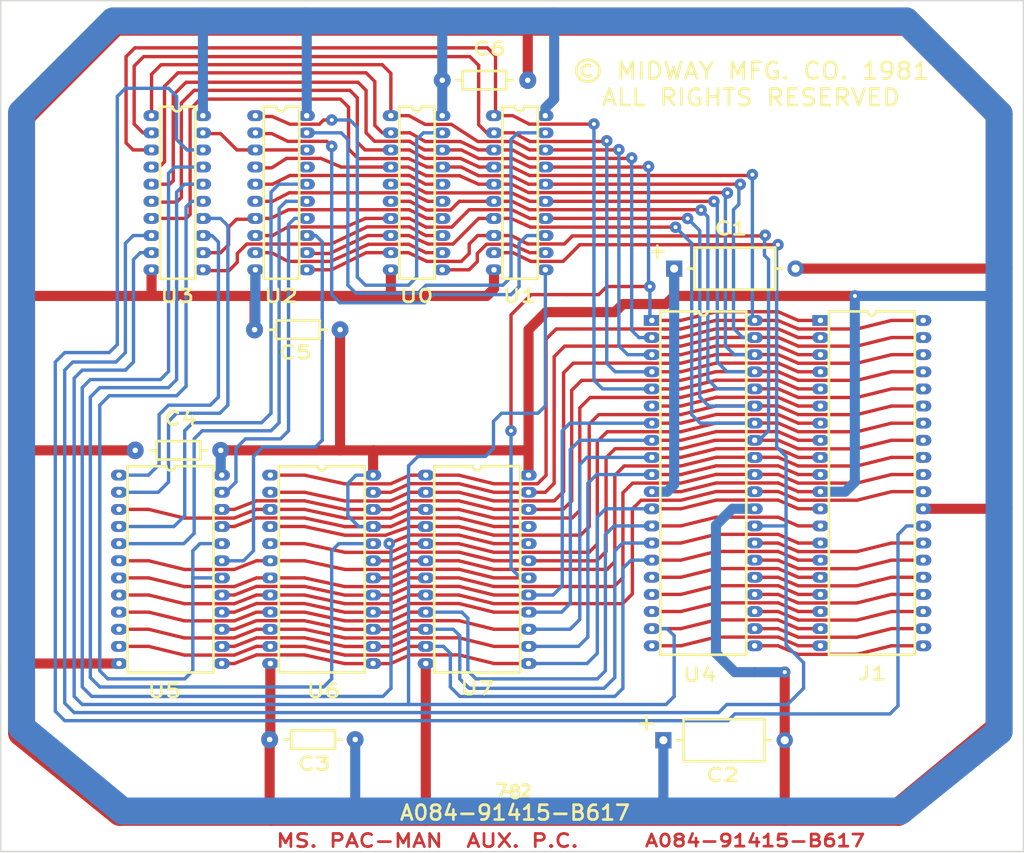
<source format=kicad_pcb>
(kicad_pcb (version 20240108) (generator "pcbnew") (generator_version "8.0")
  (title_block (title "MS. PAC-MAN AUX P.C.") (company "MIDWAY MFG. CO.") (comment 1 "PART NO. A084-91415-8617"))
  (layers (0 "F.Cu" signal) (31 "B.Cu" signal) (34 "B.Paste" user) (35 "F.Paste" user) (36 "B.SilkS" user "B.Silkscreen") (37 "F.SilkS" user "F.Silkscreen") (38 "B.Mask" user) (39 "F.Mask" user) (44 "Edge.Cuts" user))
  (net 0 "")
  (net 1 "GND")
  (net 2 "VCC")
  (net 3 "Net-(J1-~{RESET})")
  (net 4 "/A5")
  (net 5 "/A12")
  (net 6 "/A6")
  (net 7 "Net-(J1-~{BUSRQ})")
  (net 8 "Net-(J1-~{RD})")
  (net 9 "/A1")
  (net 10 "/D3")
  (net 11 "Net-(J1-~{MREQ})")
  (net 12 "/D2")
  (net 13 "Net-(J1-~{RFSH})")
  (net 14 "/A2")
  (net 15 "/D7")
  (net 16 "/A10")
  (net 17 "Net-(J1-~{IORQ})")
  (net 18 "/A7")
  (net 19 "Net-(J1-~{HALT})")
  (net 20 "/A13")
  (net 21 "/A14")
  (net 22 "/A3")
  (net 23 "/D6")
  (net 24 "/A4")
  (net 25 "/A9")
  (net 26 "/A0")
  (net 27 "Net-(J1-~{M1})")
  (net 28 "/A11")
  (net 29 "Net-(J1-~{BUSACK})")
  (net 30 "Net-(J1-~{CLK})")
  (net 31 "/A8")
  (net 32 "Net-(J1-~{INT})")
  (net 33 "/A15")
  (net 34 "Net-(J1-~{WAIT})")
  (net 35 "Net-(J1-~{NMI})")
  (net 36 "/D4")
  (net 37 "Net-(J1-~{WR})")
  (net 38 "/D1")
  (net 39 "/D5")
  (net 40 "/D0")
  (net 41 "Net-(U0-~{K})")
  (net 42 "Net-(U0-G2)")
  (net 43 "Net-(U0-G0)")
  (net 44 "Net-(U0-G1)")
  (net 45 "Net-(U0-~{G6})")
  (net 46 "Net-(U0-~{G7})")
  (net 47 "Net-(U0-G3)")
  (net 48 "Net-(U1-~{RFSH})")
  (net 49 "Net-(U1-G5)")
  (net 50 "Net-(U1-G4)")
  (net 51 "Net-(U2-RA9)")
  (net 52 "Net-(U2-RA10)")
  (net 53 "Net-(U2-RA3)")
  (net 54 "Net-(U2-RA4)")
  (net 55 "Net-(U3-~{J})")
  (net 56 "Net-(U3-~{CSE0})")
  (net 57 "Net-(U3-RA8)")
  (net 58 "Net-(U3-~{CSE2})")
  (net 59 "Net-(U3-~{CSE1})")
  (net 60 "Net-(U3-RA5)")
  (footprint "PACLIB:DIP-20_W7.62mm_LongPads" (layer "F.Cu") (at 118.08 46.86)
    (property "Reference" "U2")
    (property "Value" "GC822")
  )
  (footprint "PACLIB:CP_Axial_L11.0mm_D6.0mm_P18.00mm_Horizontal" (layer "F.Cu") (at 178.6 139.5)
    (property "Reference" "C2")
    (property "Value" "10uF 35v")
  )
  (footprint "PACLIB:C_Axial_L3.8mm_D2.5mm_P12.685mm_Horizontal" (layer "F.Cu") (at 145.8 41.6)
    (property "Reference" "C6")
    (property "Value" "0.1uF")
  )
  (footprint "PACLIB:C_Axial_L3.8mm_D2.5mm_P12.685mm_Horizontal" (layer "F.Cu") (at 112.9425 96.5 180)
    (property "Reference" "C4")
    (property "Value" "0.1uF")
  )
  (footprint "MountingHole:MountingHole_4mm" (layer "F.Cu") (at 226 35.2)
    (property "Reference" "REF**" (hide yes))
    (property "Value" "MountingHole_4mm" (hide yes))
  )
  (footprint "PACLIB:DIP-40_W15.24mm_LongPads" (layer "F.Cu") (at 201.9 77.23)
    (property "Reference" "J1")
    (property "Value" "40-PIN CABLE CONN")
  )
  (footprint "MountingHole:MountingHole_4mm" (layer "F.Cu") (at 226.2 149.4)
    (property "Reference" "REF**" (hide yes))
    (property "Value" "MountingHole_4mm" (hide yes))
  )
  (footprint "PACLIB:DIP-24_W15.24mm_LongPads" (layer "F.Cu") (at 120.3 100.18)
    (property "Reference" "U6")
    (property "Value" "2532")
  )
  (footprint "PACLIB:DIP-24_W15.24mm_LongPads" (layer "F.Cu") (at 143.36 100.18)
    (property "Reference" "U7")
    (property "Value" "2532")
  )
  (footprint "PACLIB:DIP-20_W7.62mm_LongPads" (layer "F.Cu") (at 153.475 46.86)
    (property "Reference" "U1")
    (property "Value" "GC821")
  )
  (footprint "PACLIB:DIP-24_W15.24mm_LongPads" (layer "F.Cu") (at 97.86 100.18)
    (property "Reference" "U5")
    (property "Value" "2716")
  )
  (footprint "PACLIB:C_Axial_L3.8mm_D2.5mm_P12.685mm_Horizontal" (layer "F.Cu") (at 132.885 139.4 180)
    (property "Reference" "C3")
    (property "Value" "0.1uF")
  )
  (footprint "PACLIB:DIP-20_W7.62mm_LongPads" (layer "F.Cu") (at 102.68 46.86)
    (property "Reference" "U3")
    (property "Value" "GC823")
  )
  (footprint "PACLIB:C_Axial_L3.8mm_D2.5mm_P12.685mm_Horizontal" (layer "F.Cu") (at 130.6425 78.6 180)
    (property "Reference" "C5")
    (property "Value" "0.1uF")
  )
  (footprint "PACLIB:DIP-40_W15.24mm_LongPads" (layer "F.Cu") (at 176.9 77.23)
    (property "Reference" "U4")
    (property "Value" "Z80 CPU")
  )
  (footprint "PACLIB:CP_Axial_L11.0mm_D6.0mm_P18.00mm_Horizontal" (layer "F.Cu") (at 180.2 69.5425)
    (property "Reference" "C1")
    (property "Value" "10uF 35v")
  )
  (footprint "MountingHole:MountingHole_4mm" (layer "F.Cu") (at 86 149.8)
    (property "Reference" "REF**" (hide yes))
    (property "Value" "MountingHole_4mm" (hide yes))
  )
  (footprint "MountingHole:MountingHole_4mm" (layer "F.Cu") (at 85.8 35.6)
    (property "Reference" "REF**" (hide yes))
    (property "Value" "MountingHole_4mm" (hide yes))
  )
  (footprint "PACLIB:DIP-20_W7.62mm_LongPads" (layer "F.Cu") (at 138.18 46.86)
    (property "Reference" "U0")
    (property "Value" "GC820")
  )
  (gr_rect (start 80.3 29.8) (end 232 156) (stroke (width 0.2)) (fill none) (layer "Edge.Cuts"))
  (gr_text "A084-91415-B617" (at 192.2 154.4 0) (layer "F.Cu") (effects (font (size 1.8 2.2) (thickness 0.4))))
  (gr_text "MS. PAC-MAN  AUX. P.C." (at 143.6 154.4 0) (layer "F.Cu") (effects (font (size 1.95 2.35) (thickness 0.4))))
  (gr_text "-" (at 155.6 147 0) (layer "F.SilkS") (effects (font (size 1.7 1.7) (thickness 0.4))))
  (gr_text "2" (at 158.2 147 0) (layer "F.SilkS") (effects (font (size 1.7 1.7) (thickness 0.4))))
  (gr_text "A084-91415-B617" (at 156.593726 150.261376 0) (layer "F.SilkS") (effects (font (size 2.2 2.3) (thickness 0.4))))
  (gr_text "© MIDWAY MFG. CO. 1981\nALL RIGHTS RESERVED" (at 191.6 42.2 0) (layer "F.SilkS") (effects (font (size 2.45 2.64) (thickness 0.4))))
  (gr_text "8" (at 156.6 147.2 0) (layer "F.SilkS") (effects (font (size 1.9 1.9) (thickness 0.4))))
  (gr_text "7" (at 154.6 147 0) (layer "F.SilkS") (effects (font (size 1.9 1.9) (thickness 0.4))))
  (segment (start 143.4 150.2) (end 196.6 150.2) (width 4) (layer "F.Cu") (net 1))
  (segment (start 117.9575 78.6) (end 117.9575 73.6025) (width 1.5) (layer "F.Cu") (net 1))
  (segment (start 97.86 128.12) (end 83.52 128.12) (width 1.5) (layer "F.Cu") (net 1))
  (segment (start 120.3 128.12) (end 120.3 139.3) (width 1.5) (layer "F.Cu") (net 1))
  (segment (start 138.18 73.42) (end 138 73.6) (width 1.5) (layer "F.Cu") (net 1))
  (segment (start 196.6 129.4) (end 196.6 139.5) (width 1.5) (layer "F.Cu") (net 1))
  (segment (start 83.4 73.6) (end 83.4 96.6) (width 4) (layer "F.Cu") (net 1))
  (segment (start 98 150.2) (end 120.4 150.2) (width 4) (layer "F.Cu") (net 1))
  (segment (start 83.4 46.8) (end 83.4 73.6) (width 4) (layer "F.Cu") (net 1))
  (segment (start 118.08 73.48) (end 118.2 73.6) (width 1.5) (layer "F.Cu") (net 1))
  (segment (start 83.5 96.5) (end 83.4 96.6) (width 1.5) (layer "F.Cu") (net 1))
  (segment (start 196.6 150.2) (end 213.4 150.2) (width 4) (layer "F.Cu") (net 1))
  (segment (start 117.9575 73.6025) (end 118.08 73.48) (width 1.5) (layer "F.Cu") (net 1))
  (segment (start 120.3 139.3) (end 120.2 139.4) (width 1.5) (layer "F.Cu") (net 1))
  (segment (start 152.4 73.6) (end 138 73.6) (width 1.5) (layer "F.Cu") (net 1))
  (segment (start 83.4 138.4) (end 98 150.2) (width 4) (layer "F.Cu") (net 1))
  (segment (start 83.4 128) (end 83.4 138.4) (width 4) (layer "F.Cu") (net 1))
  (segment (start 158.485 41.6) (end 158.485 33.115) (width 1.5) (layer "F.Cu") (net 1))
  (segment (start 228.4 137.8) (end 228.4 105.2) (width 4) (layer "F.Cu") (net 1))
  (segment (start 198.2 69.5425) (end 228.3425 69.5425) (width 1.5) (layer "F.Cu") (net 1))
  (segment (start 118.2 73.6) (end 102.8 73.6) (width 1.5) (layer "F.Cu") (net 1))
  (segment (start 228.37 105.17) (end 228.4 105.2) (width 1.5) (layer "F.Cu") (net 1))
  (segment (start 217.14 105.17) (end 228.37 105.17) (width 1.5) (layer "F.Cu") (net 1))
  (segment (start 100.2575 96.5) (end 83.5 96.5) (width 1.5) (layer "F.Cu") (net 1))
  (segment (start 228.4 46.6) (end 214.8 33) (width 4) (layer "F.Cu") (net 1))
  (segment (start 102.68 73.48) (end 102.8 73.6) (width 1.5) (layer "F.Cu") (net 1))
  (segment (start 138.18 69.72) (end 138.18 73.42) (width 1.5) (layer "F.Cu") (net 1))
  (segment (start 143.36 150.16) (end 143.4 150.2) (width 1.5) (layer "F.Cu") (net 1))
  (segment (start 228.4 105.2) (end 228.4 69.6) (width 4) (layer "F.Cu") (net 1))
  (segment (start 228.4 69.6) (end 228.4 46.6) (width 4) (layer "F.Cu") (net 1))
  (segment (start 120.2 150) (end 120.4 150.2) (width 1.5) (layer "F.Cu") (net 1))
  (segment (start 118.08 69.72) (end 118.08 73.48) (width 1.5) (layer "F.Cu") (net 1))
  (segment (start 228.3425 69.5425) (end 228.4 69.6) (width 1.5) (layer "F.Cu") (net 1))
  (segment (start 120.2 139.4) (end 120.2 150) (width 1.5) (layer "F.Cu") (net 1))
  (segment (start 158.6 33) (end 97.2 33) (width 4) (layer "F.Cu") (net 1))
  (segment (start 153.475 69.72) (end 153.475 72.525) (width 1.5) (layer "F.Cu") (net 1))
  (segment (start 143.36 128.12) (end 143.36 150.16) (width 1.5) (layer "F.Cu") (net 1))
  (segment (start 158.485 33.115) (end 158.6 33) (width 1.5) (layer "F.Cu") (net 1))
  (segment (start 83.52 128.12) (end 83.4 128) (width 1.5) (layer "F.Cu") (net 1))
  (segment (start 102.8 73.6) (end 83.4 73.6) (width 1.5) (layer "F.Cu") (net 1))
  (segment (start 214.8 33) (end 158.6 33) (width 4) (layer "F.Cu") (net 1))
  (segment (start 102.68 69.72) (end 102.68 73.48) (width 1.5) (layer "F.Cu") (net 1))
  (segment (start 153.475 72.525) (end 152.4 73.6) (width 1.5) (layer "F.Cu") (net 1))
  (segment (start 138 73.6) (end 118.2 73.6) (width 1.5) (layer "F.Cu") (net 1))
  (segment (start 83.4 96.6) (end 83.4 128) (width 4) (layer "F.Cu") (net 1))
  (segment (start 213.4 150.2) (end 228.4 137.8) (width 4) (layer "F.Cu") (net 1))
  (segment (start 97.2 33) (end 83.4 46.8) (width 4) (layer "F.Cu") (net 1))
  (segment (start 196.6 139.5) (end 196.6 150.2) (width 1.5) (layer "F.Cu") (net 1))
  (segment (start 120.4 150.2) (end 143.4 150.2) (width 4) (layer "F.Cu") (net 1))
  (via (at 196.6 129.4) (size 1.7) (drill 0.6) (layers "F.Cu" "B.Cu") (net 1))
  (segment (start 118.08 69.72) (end 118.08 78.4775) (width 1.5) (layer "B.Cu") (net 1))
  (segment (start 192.14 105.17) (end 188.83 105.17) (width 1.5) (layer "B.Cu") (net 1))
  (segment (start 187.6 127.8) (end 189.2 129.4) (width 1.5) (layer "B.Cu") (net 1))
  (segment (start 192.2 129.4) (end 196.6 129.4) (width 1.5) (layer "B.Cu") (net 1))
  (segment (start 186.4 126.6) (end 187.6 127.8) (width 1.5) (layer "B.Cu") (net 1))
  (segment (start 187.8 106.2) (end 186.4 107.6) (width 1.5) (layer "B.Cu") (net 1))
  (segment (start 118.08 78.4775) (end 117.9575 78.6) (width 1.5) (layer "B.Cu") (net 1))
  (segment (start 186.4 117.2) (end 186.4 126.6) (width 1.5) (layer "B.Cu") (net 1))
  (segment (start 186.4 107.6) (end 186.4 117.2) (width 1.5) (layer "B.Cu") (net 1))
  (segment (start 188.83 105.17) (end 187.8 106.2) (width 1.5) (layer "B.Cu") (net 1))
  (segment (start 189.2 129.4) (end 192.2 129.4) (width 1.5) (layer "B.Cu") (net 1))
  (segment (start 179 74.8) (end 180.2 73.6) (width 1.5) (layer "F.Cu") (net 2))
  (segment (start 131.35 107.816708) (end 138.15 107.816708) (width 0.5) (layer "F.Cu") (net 2))
  (segment (start 207 73.6) (end 180.2 73.6) (width 1.5) (layer "F.Cu") (net 2))
  (segment (start 135.6 96.5) (end 158.6 96.5) (width 1.5) (layer "F.Cu") (net 2))
  (segment (start 153.46 107.8) (end 158.6 107.8) (width 0.5) (layer "F.Cu") (net 2))
  (segment (start 180.2 73.6) (end 180.2 69.5425) (width 1.5) (layer "F.Cu") (net 2))
  (segment (start 171.4 76) (end 172.6 74.8) (width 1.5) (layer "F.Cu") (net 2))
  (segment (start 114.959834 107.801107) (end 118.24 106.526708) (width 0.5) (layer "F.Cu") (net 2))
  (segment (start 148.286708 106.526708) (end 153.46 107.8) (width 0.5) (layer "F.Cu") (net 2))
  (segment (start 130.6 96.5) (end 135.6 96.5) (width 1.5) (layer "F.Cu") (net 2))
  (segment (start 138.15 107.816708) (end 141 106.526708) (width 0.5) (layer "F.Cu") (net 2))
  (segment (start 113.1 107.8) (end 114.959834 107.801107) (width 0.5) (layer "F.Cu") (net 2))
  (segment (start 195.62 101.34) (end 198.61 102.63) (width 0.5) (layer "F.Cu") (net 2))
  (segment (start 141 106.526708) (end 148.286708 106.526708) (width 0.5) (layer "F.Cu") (net 2))
  (segment (start 118.24 106.526708) (end 125.36 106.526708) (width 0.5) (layer "F.Cu") (net 2))
  (segment (start 130.6425 78.6) (end 130.6425 96.4575) (width 1.5) (layer "F.Cu") (net 2))
  (segment (start 158.6 100.18) (end 158.6 78.6) (width 1.5) (layer "F.Cu") (net 2))
  (segment (start 135.54 96.56) (end 135.6 96.5) (width 1.5) (layer "F.Cu") (net 2))
  (segment (start 198.61 102.63) (end 201.9 102.63) (width 0.5) (layer "F.Cu") (net 2))
  (segment (start 125.36 106.526708) (end 131.35 107.816708) (width 0.5) (layer "F.Cu") (net 2))
  (segment (start 158.6 78.6) (end 161.2 76) (width 1.5) (layer "F.Cu") (net 2))
  (segment (start 172.6 74.8) (end 179 74.8) (width 1.5) (layer "F.Cu") (net 2))
  (segment (start 112.9425 96.5) (end 130.6 96.5) (width 1.5) (layer "F.Cu") (net 2))
  (segment (start 176.9 102.63) (end 181.19 102.63) (width 0.5) (layer "F.Cu") (net 2))
  (segment (start 181.19 102.63) (end 186.42 101.34) (width 0.5) (layer "F.Cu") (net 2))
  (segment (start 186.42 101.34) (end 195.62 101.34) (width 0.5) (layer "F.Cu") (net 2))
  (segment (start 161.2 76) (end 171.4 76) (width 1.5) (layer "F.Cu") (net 2))
  (segment (start 130.6425 96.4575) (end 130.6 96.5) (width 1.5) (layer "F.Cu") (net 2))
  (segment (start 135.54 100.18) (end 135.54 96.56) (width 1.5) (layer "F.Cu") (net 2))
  (via (at 207 73.6) (size 1.7) (drill 0.6) (layers "F.Cu" "B.Cu") (net 2))
  (segment (start 110.3 46.86) (end 110.3 32.9) (width 1.5) (layer "B.Cu") (net 2))
  (segment (start 125.7 32.9) (end 125.6 32.8) (width 2) (layer "B.Cu") (net 2))
  (segment (start 112.9425 100.0225) (end 113.1 100.18) (width 1.5) (layer "B.Cu") (net 2))
  (segment (start 112.9425 96.5) (end 112.9425 100.0225) (width 1.5) (layer "B.Cu") (net 2))
  (segment (start 179 150) (end 133.2 150) (width 4) (layer "B.Cu") (net 2))
  (segment (start 213.8 150) (end 179 150) (width 4) (layer "B.Cu") (net 2))
  (segment (start 125.7 46.86) (end 125.7 32.9) (width 1.5) (layer "B.Cu") (net 2))
  (segment (start 228.4 74.2) (end 228.4 138.2) (width 4) (layer "B.Cu") (net 2))
  (segment (start 178.6 139.5) (end 178.6 149.6) (width 1.5) (layer "B.Cu") (net 2))
  (segment (start 207 73.6) (end 227.8 73.6) (width 1.5) (layer "B.Cu") (net 2))
  (segment (start 133.02 100.18) (end 131.8 101.4) (width 0.5) (layer "B.Cu") (net 2))
  (segment (start 161.095 45.705) (end 162.4 44.4) (width 1.5) (layer "B.Cu") (net 2))
  (segment (start 110.3 32.9) (end 110.2 32.8) (width 2) (layer "B.Cu") (net 2))
  (segment (start 205.57 102.63) (end 207 101.2) (width 1.5) (layer "B.Cu") (net 2))
  (segment (start 145.8 46.86) (end 145.8 41.6) (width 1.5) (layer "B.Cu") (net 2))
  (segment (start 135.54 100.18) (end 133.02 100.18) (width 0.5) (layer "B.Cu") (net 2))
  (segment (start 207 101.2) (end 207 73.6) (width 1.5) (layer "B.Cu") (net 2))
  (segment (start 228.4 46.6) (end 228.4 74.2) (width 4) (layer "B.Cu") (net 2))
  (segment (start 83.4 137.6) (end 83.4 46.4) (width 4) (layer "B.Cu") (net 2))
  (segment (start 214.6 32.8) (end 228.4 46.6) (width 4) (layer "B.Cu") (net 2))
  (segment (start 227.8 73.6) (end 228.4 74.2) (width 2) (layer "B.Cu") (net 2))
  (segment (start 145.8 41.6) (end 145.8 32.8) (width 1.5) (layer "B.Cu") (net 2))
  (segment (start 145.8 32.8) (end 162.4 32.8) (width 4) (layer "B.Cu") (net 2))
  (segment (start 98.4 150) (end 83.4 137.6) (width 4) (layer "B.Cu") (net 2))
  (segment (start 180.2 101.6) (end 179.17 102.63) (width 1.5) (layer "B.Cu") (net 2))
  (segment (start 131.8 106.2) (end 133.4 107.8) (width 0.5) (layer "B.Cu") (net 2))
  (segment (start 179.17 102.63) (end 176.9 102.63) (width 1.5) (layer "B.Cu") (net 2))
  (segment (start 131.8 101.4) (end 131.8 106.2) (width 0.5) (layer "B.Cu") (net 2))
  (segment (start 133.1425 149.9425) (end 133.2 150) (width 1.5) (layer "B.Cu") (net 2))
  (segment (start 178.6 149.6) (end 179 150) (width 1.5) (layer "B.Cu") (net 2))
  (segment (start 162.4 32.8) (end 214.6 32.8) (width 4) (layer "B.Cu") (net 2))
  (segment (start 125.6 32.8) (end 145.8 32.8) (width 4) (layer "B.Cu") (net 2))
  (segment (start 180.2 69.5425) (end 180.2 101.6) (width 1.5) (layer "B.Cu") (net 2))
  (segment (start 133.4 107.8) (end 135.54 107.8) (width 0.5) (layer "B.Cu") (net 2))
  (segment (start 132.885 139.4) (end 132.885 149.8425) (width 1.5) (layer "B.Cu") (net 2))
  (segment (start 97 32.8) (end 110.2 32.8) (width 4) (layer "B.Cu") (net 2))
  (segment (start 162.4 44.4) (end 162.4 32.8) (width 1.5) (layer "B.Cu") (net 2))
  (segment (start 110.2 32.8) (end 125.6 32.8) (width 4) (layer "B.Cu") (net 2))
  (segment (start 133.2 150) (end 98.4 150) (width 4) (layer "B.Cu") (net 2))
  (segment (start 83.4 46.4) (end 97 32.8) (width 4) (layer "B.Cu") (net 2))
  (segment (start 228.4 138.2) (end 213.8 150) (width 4) (layer "B.Cu") (net 2))
  (segment (start 161.095 46.86) (end 161.095 45.705) (width 1.5) (layer "B.Cu") (net 2))
  (segment (start 201.9 102.63) (end 205.57 102.63) (width 1.5) (layer "B.Cu") (net 2))
  (segment (start 192.14 112.79) (end 195.6 112.79) (width 0.5) (layer "F.Cu") (net 3))
  (segment (start 207.3 114.06) (end 212.43 112.79) (width 0.5) (layer "F.Cu") (net 3))
  (segment (start 198.61 114.06) (end 207.3 114.06) (width 0.5) (layer "F.Cu") (net 3))
  (segment (start 195.6 112.79) (end 198.61 114.06) (width 0.5) (layer "F.Cu") (net 3))
  (segment (start 212.43 112.79) (end 217.14 112.79) (width 0.5) (layer "F.Cu") (net 3))
  (segment (start 158.8 62.1) (end 161.095 62.1) (width 0.5) (layer "F.Cu") (net 4))
  (segment (start 120.6 64.64) (end 122.92564 63.360582) (width 0.5) (layer "F.Cu") (net 4))
  (segment (start 141 107.8) (end 143.36 107.8) (width 0.5) (layer "F.Cu") (net 4))
  (segment (start 131.35 109.09) (end 137.4 109.09) (width 0.5) (layer "F.Cu") (net 4))
  (segment (start 153.449083 109.079206) (end 166.320794 109.079206) (width 0.5) (layer "F.Cu") (net 4))
  (segment (start 118.08 64.64) (end 120.6 64.64) (width 0.5) (layer "F.Cu") (net 4))
  (segment (start 147.21 63.39) (end 149.79 60.81) (width 0.5) (layer "F.Cu") (net 4))
  (segment (start 198.61 91.2) (end 207.3 91.2) (width 0.5) (layer "F.Cu") (net 4))
  (segment (start 156.11 60.81) (end 158.8 62.1) (width 0.5) (layer "F.Cu") (net 4))
  (segment (start 125.36 107.8) (end 131.35 109.09) (width 0.5) (layer "F.Cu") (net 4))
  (segment (start 167.6 92.6) (end 169 91.2) (width 0.5) (layer "F.Cu") (net 4))
  (segment (start 148.275791 107.805914) (end 153.449083 109.079206) (width 0.5) (layer "F.Cu") (net 4))
  (segment (start 143.39 63.39) (end 147.21 63.39) (width 0.5) (layer "F.Cu") (net 4))
  (segment (start 131.461552 63.363885) (end 134.4 62.1) (width 0.5) (layer "F.Cu") (net 4))
  (segment (start 140.9 62.1) (end 143.39 63.39) (width 0.5) (layer "F.Cu") (net 4))
  (segment (start 149.79 60.81) (end 156.11 60.81) (width 0.5) (layer "F.Cu") (net 4))
  (segment (start 122.92564 63.360582) (end 131.461552 63.363885) (width 0.5) (layer "F.Cu") (net 4))
  (segment (start 169 91.2) (end 181.19 91.2) (width 0.5) (layer "F.Cu") (net 4))
  (segment (start 181.19 91.2) (end 186.42 89.91) (width 0.5) (layer "F.Cu") (net 4))
  (segment (start 182.19 62.1) (end 182.2 62.11) (width 0.5) (layer "F.Cu") (net 4))
  (segment (start 167.6 107.8) (end 167.6 92.6) (width 0.5) (layer "F.Cu") (net 4))
  (segment (start 134.4 62.1) (end 138.18 62.1) (width 0.5) (layer "F.Cu") (net 4))
  (segment (start 120.3 107.8) (end 125.36 107.8) (width 0.5) (layer "F.Cu") (net 4))
  (segment (start 137.4 109.09) (end 141 107.8) (width 0.5) (layer "F.Cu") (net 4))
  (segment (start 166.320794 109.079206) (end 167.6 107.8) (width 0.5) (layer "F.Cu") (net 4))
  (segment (start 143.36 107.8) (end 148.269877 107.8) (width 0.5) (layer "F.Cu") (net 4))
  (segment (start 212.43 89.93) (end 217.14 89.93) (width 0.5) (layer "F.Cu") (net 4))
  (segment (start 186.42 89.91) (end 195.62 89.91) (width 0.5) (layer "F.Cu") (net 4))
  (segment (start 195.62 89.91) (end 198.61 91.2) (width 0.5) (layer "F.Cu") (net 4))
  (segment (start 161.095 62.1) (end 182.19 62.1) (width 0.5) (layer "F.Cu") (net 4))
  (segment (start 207.3 91.2) (end 212.43 89.93) (width 0.5) (layer "F.Cu") (net 4))
  (segment (start 138.18 62.1) (end 140.9 62.1) (width 0.5) (layer "F.Cu") (net 4))
  (via (at 182.2 62.11) (size 1.7) (drill 0.6) (layers "F.Cu" "B.Cu") (net 4))
  (segment (start 184 63.91) (end 182.2 62.11) (width 0.5) (layer "B.Cu") (net 4))
  (segment (start 185.33 89.93) (end 184 88.6) (width 0.5) (layer "B.Cu") (net 4))
  (segment (start 184 88.6) (end 184 63.91) (width 0.5) (layer "B.Cu") (net 4))
  (segment (start 192.14 89.93) (end 185.33 89.93) (width 0.5) (layer "B.Cu") (net 4))
  (segment (start 138.18 49.4) (end 136.9 49.4) (width 0.5) (layer "F.Cu") (net 5))
  (segment (start 156.24 51.94) (end 158.6 53.2) (width 0.5) (layer "F.Cu") (net 5))
  (segment (start 135.8 48.3) (end 135.8 41.8) (width 0.5) (layer "F.Cu") (net 5))
  (segment (start 136.9 49.4) (end 135.8 48.3) (width 0.5) (layer "F.Cu") (net 5))
  (segment (start 104.6 42.5) (end 104.6 53.7) (width 0.5) (layer "F.Cu") (net 5))
  (segment (start 181.19 79.77) (end 186.42 78.48) (width 0.5) (layer "F.Cu") (net 5))
  (segment (start 176.9 79.77) (end 181.19 79.77) (width 0.5) (layer "F.Cu") (net 5))
  (segment (start 198.61 79.77) (end 201.9 79.77) (width 0.5) (layer "F.Cu") (net 5))
  (segment (start 138.18 49.4) (end 141 49.4) (width 0.5) (layer "F.Cu") (net 5))
  (segment (start 151.14 51.94) (end 148.51 50.69) (width 0.5) (layer "F.Cu") (net 5))
  (segment (start 134.5 40.5) (end 106.6 40.5) (width 0.5) (layer "F.Cu") (net 5))
  (segment (start 104.6 53.7) (end 103.82 54.48) (width 0.5) (layer "F.Cu") (net 5))
  (segment (start 153.475 51.94) (end 151.14 51.94) (width 0.5) (layer "F.Cu") (net 5))
  (segment (start 103.82 54.48) (end 102.68 54.48) (width 0.5) (layer "F.Cu") (net 5))
  (segment (start 106.6 40.5) (end 104.6 42.5) (width 0.5) (layer "F.Cu") (net 5))
  (segment (start 148.51 50.69) (end 143.29 50.69) (width 0.5) (layer "F.Cu") (net 5))
  (segment (start 153.475 51.94) (end 156.24 51.94) (width 0.5) (layer "F.Cu") (net 5))
  (segment (start 186.42 78.48) (end 195.62 78.48) (width 0.5) (layer "F.Cu") (net 5))
  (segment (start 135.8 41.8) (end 134.5 40.5) (width 0.5) (layer "F.Cu") (net 5))
  (segment (start 141 49.4) (end 143.29 50.69) (width 0.5) (layer "F.Cu") (net 5))
  (segment (start 158.6 53.2) (end 173.83 53.2) (width 0.5) (layer "F.Cu") (net 5))
  (segment (start 173.83 53.2) (end 173.9 53.13) (width 0.5) (layer "F.Cu") (net 5))
  (segment (start 195.62 78.48) (end 198.61 79.77) (width 0.5) (layer "F.Cu") (net 5))
  (via (at 173.9 53.13) (size 1.7) (drill 0.6) (layers "F.Cu" "B.Cu") (net 5))
  (segment (start 174.97 79.77) (end 173.9 78.7) (width 0.5) (layer "B.Cu") (net 5))
  (segment (start 173.9 78.7) (end 173.9 53.13) (width 0.5) (layer "B.Cu") (net 5))
  (segment (start 176.9 79.77) (end 174.97 79.77) (width 0.5) (layer "B.Cu") (net 5))
  (segment (start 118.24 105.26) (end 120.3 105.26) (width 0.5) (layer "F.Cu") (net 6))
  (segment (start 148.275791 105.265914) (end 153.449083 106.539206) (width 0.5) (layer "F.Cu") (net 6))
  (segment (start 195.62 87.37) (end 198.61 88.66) (width 0.5) (layer "F.Cu") (net 6))
  (segment (start 143.4 60.85) (end 147.05 60.85) (width 0.5) (layer "F.Cu") (net 6))
  (segment (start 156.16 59.56) (end 158.71 60.81) (width 0.5) (layer "F.Cu") (net 6))
  (segment (start 212.43 87.39) (end 217.14 87.39) (width 0.5) (layer "F.Cu") (net 6))
  (segment (start 97.86 105.26) (end 102.26 105.26) (width 0.5) (layer "F.Cu") (net 6))
  (segment (start 181.19 88.66) (end 186.42 87.37) (width 0.5) (layer "F.Cu") (net 6))
  (segment (start 184.15 60.81) (end 184.2 60.86) (width 0.5) (layer "F.Cu") (net 6))
  (segment (start 147.05 60.85) (end 148.34 59.56) (width 0.5) (layer "F.Cu") (net 6))
  (segment (start 207.3 88.66) (end 212.43 87.39) (width 0.5) (layer "F.Cu") (net 6))
  (segment (start 158.71 60.81) (end 184.15 60.81) (width 0.5) (layer "F.Cu") (net 6))
  (segment (start 167.74 88.66) (end 181.19 88.66) (width 0.5) (layer "F.Cu") (net 6))
  (segment (start 148.34 59.56) (end 153.475 59.56) (width 0.5) (layer "F.Cu") (net 6))
  (segment (start 166.2 105.4) (end 166.2 90.2) (width 0.5) (layer "F.Cu") (net 6))
  (segment (start 125.36 105.26) (end 131.35 106.55) (width 0.5) (layer "F.Cu") (net 6))
  (segment (start 166.2 90.2) (end 167.74 88.66) (width 0.5) (layer "F.Cu") (net 6))
  (segment (start 198.61 88.66) (end 207.3 88.66) (width 0.5) (layer "F.Cu") (net 6))
  (segment (start 138.15 106.55) (end 141 105.26) (width 0.5) (layer "F.Cu") (net 6))
  (segment (start 165.060794 106.539206) (end 166.2 105.4) (width 0.5) (layer "F.Cu") (net 6))
  (segment (start 107.55 106.55) (end 114.95 106.55) (width 0.5) (layer "F.Cu") (net 6))
  (segment (start 186.42 87.37) (end 195.62 87.37) (width 0.5) (layer "F.Cu") (net 6))
  (segment (start 141 105.26) (end 143.36 105.26) (width 0.5) (layer "F.Cu") (net 6))
  (segment (start 131.35 106.55) (end 138.15 106.55) (width 0.5) (layer "F.Cu") (net 6))
  (segment (start 153.449083 106.539206) (end 165.060794 106.539206) (width 0.5) (layer "F.Cu") (net 6))
  (segment (start 138.18 59.56) (end 141 59.56) (width 0.5) (layer "F.Cu") (net 6))
  (segment (start 141 59.56) (end 143.4 60.85) (width 0.5) (layer "F.Cu") (net 6))
  (segment (start 153.475 59.56) (end 156.16 59.56) (width 0.5) (layer "F.Cu") (net 6))
  (segment (start 102.26 105.26) (end 107.55 106.55) (width 0.5) (layer "F.Cu") (net 6))
  (segment (start 114.95 106.55) (end 118.24 105.26) (width 0.5) (layer "F.Cu") (net 6))
  (segment (start 143.36 105.26) (end 148.269877 105.26) (width 0.5) (layer "F.Cu") (net 6))
  (segment (start 120.3 105.26) (end 125.36 105.26) (width 0.5) (layer "F.Cu") (net 6))
  (via (at 184.2 60.86) (size 1.7) (drill 0.6) (layers "F.Cu" "B.Cu") (net 6))
  (segment (start 186.59 87.39) (end 185.2 86) (width 0.5) (layer "B.Cu") (net 6))
  (segment (start 185.2 61.86) (end 184.2 60.86) (width 0.5) (layer "B.Cu") (net 6))
  (segment (start 185.2 86) (end 185.2 61.86) (width 0.5) (layer "B.Cu") (net 6))
  (segment (start 192.14 87.39) (end 186.59 87.39) (width 0.5) (layer "B.Cu") (net 6))
  (segment (start 212.43 115.33) (end 217.14 115.33) (width 0.5) (layer "F.Cu") (net 7))
  (segment (start 192.14 115.33) (end 195.6 115.33) (width 0.5) (layer "F.Cu") (net 7))
  (segment (start 207.3 116.6) (end 212.43 115.33) (width 0.5) (layer "F.Cu") (net 7))
  (segment (start 195.6 115.33) (end 198.61 116.6) (width 0.5) (layer "F.Cu") (net 7))
  (segment (start 198.61 116.6) (end 207.3 116.6) (width 0.5) (layer "F.Cu") (net 7))
  (segment (start 195.6 125.49) (end 198.61 126.76) (width 0.5) (layer "F.Cu") (net 8))
  (segment (start 198.61 126.76) (end 207.3 126.76) (width 0.5) (layer "F.Cu") (net 8))
  (segment (start 207.3 126.76) (end 212.43 125.49) (width 0.5) (layer "F.Cu") (net 8))
  (segment (start 212.43 125.49) (end 217.14 125.49) (width 0.5) (layer "F.Cu") (net 8))
  (segment (start 192.14 125.49) (end 195.6 125.49) (width 0.5) (layer "F.Cu") (net 8))
  (segment (start 107.55 116.71) (end 114.95 116.71) (width 0.5) (layer "F.Cu") (net 9))
  (segment (start 138.15 116.71) (end 141 115.42) (width 0.5) (layer "F.Cu") (net 9))
  (segment (start 153.449083 116.699206) (end 171.300794 116.699206) (width 0.5) (layer "F.Cu") (net 9))
  (segment (start 114.95 116.71) (end 118.24 115.42) (width 0.5) (layer "F.Cu") (net 9))
  (segment (start 186.42 100.07) (end 195.62 100.07) (width 0.5) (layer "F.Cu") (net 9))
  (segment (start 212.43 100.09) (end 217.14 100.09) (width 0.5) (layer "F.Cu") (net 9))
  (segment (start 171.300794 116.699206) (end 172.6 115.4) (width 0.5) (layer "F.Cu") (net 9))
  (segment (start 172.6 102.8) (end 174.04 101.36) (width 0.5) (layer "F.Cu") (net 9))
  (segment (start 120.3 115.42) (end 125.36 115.42) (width 0.5) (layer "F.Cu") (net 9))
  (segment (start 198.61 101.36) (end 207.3 101.36) (width 0.5) (layer "F.Cu") (net 9))
  (segment (start 141 115.42) (end 143.36 115.42) (width 0.5) (layer "F.Cu") (net 9))
  (segment (start 174.04 101.36) (end 181.19 101.36) (width 0.5) (layer "F.Cu") (net 9))
  (segment (start 102.26 115.42) (end 107.55 116.71) (width 0.5) (layer "F.Cu") (net 9))
  (segment (start 181.19 101.36) (end 186.42 100.07) (width 0.5) (layer "F.Cu") (net 9))
  (segment (start 195.62 100.07) (end 198.61 101.36) (width 0.5) (layer "F.Cu") (net 9))
  (segment (start 172.6 115.4) (end 172.6 102.8) (width 0.5) (layer "F.Cu") (net 9))
  (segment (start 118.24 115.42) (end 120.3 115.42) (width 0.5) (layer "F.Cu") (net 9))
  (segment (start 131.35 116.71) (end 138.15 116.71) (width 0.5) (layer "F.Cu") (net 9))
  (segment (start 97.86 115.42) (end 102.26 115.42) (width 0.5) (layer "F.Cu") (net 9))
  (segment (start 148.275791 115.425914) (end 153.449083 116.699206) (width 0.5) (layer "F.Cu") (net 9))
  (segment (start 125.36 115.42) (end 131.35 116.71) (width 0.5) (layer "F.Cu") (net 9))
  (segment (start 143.36 115.42) (end 148.269877 115.42) (width 0.5) (layer "F.Cu") (net 9))
  (segment (start 207.3 101.36) (end 212.43 100.09) (width 0.5) (layer "F.Cu") (net 9))
  (segment (start 195.62 93.72) (end 198.61 95.01) (width 0.5) (layer "F.Cu") (net 10))
  (segment (start 198.61 95.01) (end 201.9 95.01) (width 0.5) (layer "F.Cu") (net 10))
  (segment (start 131.35 120.516708) (end 138.15 120.516708) (width 0.5) (layer "F.Cu") (net 10))
  (segment (start 186.42 93.72) (end 195.62 93.72) (width 0.5) (layer "F.Cu") (net 10))
  (segment (start 113.1 120.5) (end 114.959834 120.501107) (width 0.5) (layer "F.Cu") (net 10))
  (segment (start 153.46 120.5) (end 158.6 120.5) (width 0.5) (layer "F.Cu") (net 10))
  (segment (start 148.286708 119.226708) (end 153.46 120.5) (width 0.5) (layer "F.Cu") (net 10))
  (segment (start 125.36 119.226708) (end 131.35 120.516708) (width 0.5) (layer "F.Cu") (net 10))
  (segment (start 176.9 95.01) (end 181.19 95.01) (width 0.5) (layer "F.Cu") (net 10))
  (segment (start 141 119.226708) (end 148.286708 119.226708) (width 0.5) (layer "F.Cu") (net 10))
  (segment (start 138.15 120.516708) (end 141 119.226708) (width 0.5) (layer "F.Cu") (net 10))
  (segment (start 181.19 95.01) (end 186.42 93.72) (width 0.5) (layer "F.Cu") (net 10))
  (segment (start 114.959834 120.501107) (end 118.24 119.226708) (width 0.5) (layer "F.Cu") (net 10))
  (segment (start 118.24 119.226708) (end 125.36 119.226708) (width 0.5) (layer "F.Cu") (net 10))
  (segment (start 166.19 95.01) (end 176.9 95.01) (width 0.5) (layer "B.Cu") (net 10))
  (segment (start 164.8 119.2) (end 164.8 96.4) (width 0.5) (layer "B.Cu") (net 10))
  (segment (start 158.6 120.5) (end 163.5 120.5) (width 0.5) (layer "B.Cu") (net 10))
  (segment (start 164.8 96.4) (end 166.19 95.01) (width 0.5) (layer "B.Cu") (net 10))
  (segment (start 163.5 120.5) (end 164.8 119.2) (width 0.5) (layer "B.Cu") (net 10))
  (segment (start 176.9 122.95) (end 181.19 122.95) (width 0.5) (layer "F.Cu") (net 11))
  (segment (start 195.62 121.66) (end 198.61 122.95) (width 0.5) (layer "F.Cu") (net 11))
  (segment (start 186.42 121.66) (end 195.62 121.66) (width 0.5) (layer "F.Cu") (net 11))
  (segment (start 198.61 122.95) (end 201.9 122.95) (width 0.5) (layer "F.Cu") (net 11))
  (segment (start 181.19 122.95) (end 186.42 121.66) (width 0.5) (layer "F.Cu") (net 11))
  (segment (start 92.4 84.6) (end 98.8 84.6) (width 0.5) (layer "B.Cu") (net 11))
  (segment (start 179.15 122.95) (end 180.2 124) (width 0.5) (layer "B.Cu") (net 11))
  (segment (start 180.2 124) (end 180.2 133) (width 0.5) (layer "B.Cu") (net 11))
  (segment (start 142.2 97.4) (end 140.8 98.8) (width 0.5) (layer "B.Cu") (net 11))
  (segment (start 153.4 96.2) (end 152.2 97.4) (width 0.5) (layer "B.Cu") (net 11))
  (segment (start 91.2 85.8) (end 92.4 84.6) (width 0.5) (layer "B.Cu") (net 11))
  (segment (start 100 83.4) (end 100 68.2) (width 0.5) (layer "B.Cu") (net 11))
  (segment (start 152.2 97.4) (end 142.2 97.4) (width 0.5) (layer "B.Cu") (net 11))
  (segment (start 92.4 134.2) (end 91.2 133) (width 0.5) (layer "B.Cu") (net 11))
  (segment (start 140.8 134.2) (end 92.4 134.2) (width 0.5) (layer "B.Cu") (net 11))
  (segment (start 161.095 69.72) (end 161.095 89.905) (width 0.5) (layer "B.Cu") (net 11))
  (segment (start 100 68.2) (end 101.02 67.18) (width 0.5) (layer "B.Cu") (net 11))
  (segment (start 91.2 133) (end 91.2 85.8) (width 0.5) (layer "B.Cu") (net 11))
  (segment (start 101.02 67.18) (end 102.68 67.18) (width 0.5) (layer "B.Cu") (net 11))
  (segment (start 153.4 92.2) (end 153.4 96.2) (width 0.5) (layer "B.Cu") (net 11))
  (segment (start 140.8 98.8) (end 140.8 134.2) (width 0.5) (layer "B.Cu") (net 11))
  (segment (start 98.8 84.6) (end 100 83.4) (width 0.5) (layer "B.Cu") (net 11))
  (segment (start 179 134.2) (end 140.8 134.2) (width 0.5) (layer "B.Cu") (net 11))
  (segment (start 180.2 133) (end 179 134.2) (width 0.5) (layer "B.Cu") (net 11))
  (segment (start 154.6 91) (end 153.4 92.2) (width 0.5) (layer "B.Cu") (net 11))
  (segment (start 176.9 122.95) (end 179.15 122.95) (width 0.5) (layer "B.Cu") (net 11))
  (segment (start 161.095 89.905) (end 160 91) (width 0.5) (layer "B.Cu") (net 11))
  (segment (start 160 91) (end 154.6 91) (width 0.5) (layer "B.Cu") (net 11))
  (segment (start 198.61 105.17) (end 201.9 105.17) (width 0.5) (layer "F.Cu") (net 12))
  (segment (start 113.1 128.12) (end 114.959834 128.121107) (width 0.5) (layer "F.Cu") (net 12))
  (segment (start 181.19 105.17) (end 186.42 103.88) (width 0.5) (layer "F.Cu") (net 12))
  (segment (start 141 126.846708) (end 148.286708 126.846708) (width 0.5) (layer "F.Cu") (net 12))
  (segment (start 195.62 103.88) (end 198.61 105.17) (width 0.5) (layer "F.Cu") (net 12))
  (segment (start 186.42 103.88) (end 195.62 103.88) (width 0.5) (layer "F.Cu") (net 12))
  (segment (start 153.46 128.12) (end 158.6 128.12) (width 0.5) (layer "F.Cu") (net 12))
  (segment (start 131.35 128.136708) (end 138.15 128.136708) (width 0.5) (layer "F.Cu") (net 12))
  (segment (start 176.9 105.17) (end 181.19 105.17) (width 0.5) (layer "F.Cu") (net 12))
  (segment (start 118.24 126.846708) (end 125.36 126.846708) (width 0.5) (layer "F.Cu") (net 12))
  (segment (start 125.36 126.846708) (end 131.35 128.136708) (width 0.5) (layer "F.Cu") (net 12))
  (segment (start 114.959834 128.121107) (end 118.24 126.846708) (width 0.5) (layer "F.Cu") (net 12))
  (segment (start 148.286708 126.846708) (end 153.46 128.12) (width 0.5) (layer "F.Cu") (net 12))
  (segment (start 138.15 128.136708) (end 141 126.846708) (width 0.5) (layer "F.Cu") (net 12))
  (segment (start 176.9 105.17) (end 170.03 105.17) (width 0.5) (layer "B.Cu") (net 12))
  (segment (start 170.03 105.17) (end 168.8 106.4) (width 0.5) (layer "B.Cu") (net 12))
  (segment (start 168.8 106.4) (end 168.8 126.6) (width 0.5) (layer "B.Cu") (net 12))
  (segment (start 168.8 126.6) (end 167.28 128.12) (width 0.5) (layer "B.Cu") (net 12))
  (segment (start 167.28 128.12) (end 158.6 128.12) (width 0.5) (layer "B.Cu") (net 12))
  (segment (start 89.8 136.6) (end 188.2 136.6) (width 0.5) (layer "B.Cu") (net 13))
  (segment (start 97.6 44) (end 97.6 80.8) (width 0.5) (layer "B.Cu") (net 13))
  (segment (start 96.4 82) (end 89.8 82) (width 0.5) (layer "B.Cu") (net 13))
  (segment (start 214.69 107.71) (end 217.14 107.71) (width 0.5) (layer "B.Cu") (net 13))
  (segment (start 106.4 44) (end 105.2 42.8) (width 0.5) (layer "B.Cu") (net 13))
  (segment (start 188.2 136.6) (end 189.2 135.6) (width 0.5) (layer "B.Cu") (net 13))
  (segment (start 105.2 42.8) (end 98.8 42.8) (width 0.5) (layer "B.Cu") (net 13))
  (segment (start 212.2 135.6) (end 213.4 134.4) (width 0.5) (layer "B.Cu") (net 13))
  (segment (start 213.4 134.4) (end 213.4 109) (width 0.5) (layer "B.Cu") (net 13))
  (segment (start 213.4 109) (end 214.69 107.71) (width 0.5) (layer "B.Cu") (net 13))
  (segment (start 89.8 82) (end 88.4 83.4) (width 0.5) (layer "B.Cu") (net 13))
  (segment (start 88.4 135.2) (end 89.8 136.6) (width 0.5) (layer "B.Cu") (net 13))
  (segment (start 106.4 50.4) (end 106.4 44) (width 0.5) (layer "B.Cu") (net 13))
  (segment (start 97.6 80.8) (end 96.4 82) (width 0.5) (layer "B.Cu") (net 13))
  (segment (start 98.8 42.8) (end 97.6 44) (width 0.5) (layer "B.Cu") (net 13))
  (segment (start 110.3 51.94) (end 107.94 51.94) (width 0.5) (layer "B.Cu") (net 13))
  (segment (start 189.2 135.6) (end 212.2 135.6) (width 0.5) (layer "B.Cu") (net 13))
  (segment (start 107.94 51.94) (end 106.4 50.4) (width 0.5) (layer "B.Cu") (net 13))
  (segment (start 88.4 83.4) (end 88.4 135.2) (width 0.5) (layer "B.Cu") (net 13))
  (segment (start 212.43 97.55) (end 217.14 97.55) (width 0.5) (layer "F.Cu") (net 14))
  (segment (start 97.86 112.88) (end 102.26 112.88) (width 0.5) (layer "F.Cu") (net 14))
  (segment (start 186.42 97.53) (end 195.62 97.53) (width 0.5) (layer "F.Cu") (net 14))
  (segment (start 195.62 97.53) (end 198.61 98.82) (width 0.5) (layer "F.Cu") (net 14))
  (segment (start 107.55 114.17) (end 114.95 114.17) (width 0.5) (layer "F.Cu") (net 14))
  (segment (start 181.19 98.82) (end 186.42 97.53) (width 0.5) (layer "F.Cu") (net 14))
  (segment (start 170.240794 114.159206) (end 171.4 113) (width 0.5) (layer "F.Cu") (net 14))
  (segment (start 114.95 114.17) (end 118.24 112.88) (width 0.5) (layer "F.Cu") (net 14))
  (segment (start 171.4 100.2) (end 172.78 98.82) (width 0.5) (layer "F.Cu") (net 14))
  (segment (start 131.35 114.17) (end 138.15 114.17) (width 0.5) (layer "F.Cu") (net 14))
  (segment (start 141 112.88) (end 143.36 112.88) (width 0.5) (layer "F.Cu") (net 14))
  (segment (start 143.36 112.88) (end 148.269877 112.88) (width 0.5) (layer "F.Cu") (net 14))
  (segment (start 171.4 113) (end 171.4 100.2) (width 0.5) (layer "F.Cu") (net 14))
  (segment (start 153.449083 114.159206) (end 170.240794 114.159206) (width 0.5) (layer "F.Cu") (net 14))
  (segment (start 148.275791 112.885914) (end 153.449083 114.159206) (width 0.5) (layer "F.Cu") (net 14))
  (segment (start 198.61 98.82) (end 207.3 98.82) (width 0.5) (layer "F.Cu") (net 14))
  (segment (start 138.15 114.17) (end 141 112.88) (width 0.5) (layer "F.Cu") (net 14))
  (segment (start 207.3 98.82) (end 212.43 97.55) (width 0.5) (layer "F.Cu") (net 14))
  (segment (start 120.3 112.88) (end 125.36 112.88) (width 0.5) (layer "F.Cu") (net 14))
  (segment (start 102.26 112.88) (end 107.55 114.17) (width 0.5) (layer "F.Cu") (net 14))
  (segment (start 125.36 112.88) (end 131.35 114.17) (width 0.5) (layer "F.Cu") (net 14))
  (segment (start 172.78 98.82) (end 181.19 98.82) (width 0.5) (layer "F.Cu") (net 14))
  (segment (start 118.24 112.88) (end 120.3 112.88) (width 0.5) (layer "F.Cu") (net 14))
  (segment (start 125.36 120.5) (end 131.35 121.79) (width 0.5) (layer "F.Cu") (net 15))
  (segment (start 181.19 107.71) (end 186.42 106.42) (width 0.5) (layer "F.Cu") (net 15))
  (segment (start 97.86 120.5) (end 102.26 120.5) (width 0.5) (layer "F.Cu") (net 15))
  (segment (start 120.3 120.5) (end 125.36 120.5) (width 0.5) (layer "F.Cu") (net 15))
  (segment (start 138.15 121.79) (end 141 120.5) (width 0.5) (layer "F.Cu") (net 15))
  (segment (start 186.42 106.42) (end 195.62 106.42) (width 0.5) (layer "F.Cu") (net 15))
  (segment (start 114.95 121.79) (end 118.24 120.5) (width 0.5) (layer "F.Cu") (net 15))
  (segment (start 102.26 120.5) (end 107.55 121.79) (width 0.5) (layer "F.Cu") (net 15))
  (segment (start 176.9 107.71) (end 181.19 107.71) (width 0.5) (layer "F.Cu") (net 15))
  (segment (start 107.55 121.79) (end 114.95 121.79) (width 0.5) (layer "F.Cu") (net 15))
  (segment (start 131.35 121.79) (end 138.15 121.79) (width 0.5) (layer "F.Cu") (net 15))
  (segment (start 141 120.5) (end 143.36 120.5) (width 0.5) (layer "F.Cu") (net 15))
  (segment (start 195.62 106.42) (end 198.61 107.71) (width 0.5) (layer "F.Cu") (net 15))
  (segment (start 118.24 120.5) (end 120.3 120.5) (width 0.5) (layer "F.Cu") (net 15))
  (segment (start 198.61 107.71) (end 201.9 107.71) (width 0.5) (layer "F.Cu") (net 15))
  (segment (start 149.6 121.4) (end 148.7 120.5) (width 0.5) (layer "B.Cu") (net 15))
  (segment (start 168.8 130.4) (end 150.8 130.4) (width 0.5) (layer "B.Cu") (net 15))
  (segment (start 171.29 107.71) (end 170 109) (width 0.5) (layer "B.Cu") (net 15))
  (segment (start 176.9 107.71) (end 171.29 107.71) (width 0.5) (layer "B.Cu") (net 15))
  (segment (start 150.8 130.4) (end 149.6 129.2) (width 0.5) (layer "B.Cu") (net 15))
  (segment (start 148.7 120.5) (end 143.36 120.5) (width 0.5) (layer "B.Cu") (net 15))
  (segment (start 170 129.2) (end 168.8 130.4) (width 0.5) (layer "B.Cu") (net 15))
  (segment (start 170 109) (end 170 129.2) (width 0.5) (layer "B.Cu") (net 15))
  (segment (start 149.6 129.2) (end 149.6 121.4) (width 0.5) (layer "B.Cu") (net 15))
  (segment (start 161.2 100.2) (end 161.2 80) (width 0.5) (layer "F.Cu") (net 16))
  (segment (start 106.42 59.68) (end 107.1 59) (width 0.5) (layer "F.Cu") (net 16))
  (segment (start 133.2 44.2) (end 133.2 50.8) (width 0.5) (layer "F.Cu") (net 16))
  (segment (start 120.3 100.18) (end 125.36 100.18) (width 0.5) (layer "F.Cu") (net 16))
  (segment (start 195.57 77.23) (end 198.61 78.5) (width 0.5) (layer "F.Cu") (net 16))
  (segment (start 107.1 59) (end 107.1 45) (width 0.5) (layer "F.Cu") (net 16))
  (segment (start 143.36 100.18) (end 148.269877 100.18) (width 0.5) (layer "F.Cu") (net 16))
  (segment (start 156.18 54.48) (end 158.73 55.73) (width 0.5) (layer "F.Cu") (net 16))
  (segment (start 109 43.1) (end 132.1 43.1) (width 0.5) (layer "F.Cu") (net 16))
  (segment (start 158.73 55.73) (end 191.67 55.73) (width 0.5) (layer "F.Cu") (net 16))
  (segment (start 153.475 54.48) (end 151.28 54.48) (width 0.5) (layer "F.Cu") (net 16))
  (segment (start 198.61 78.5) (end 207.3 78.5) (width 0.5) (layer "F.Cu") (net 16))
  (segment (start 133.2 50.8) (end 134.34 51.94) (width 0.5) (layer "F.Cu") (net 16))
  (segment (start 212.43 77.23) (end 217.14 77.23) (width 0.5) (layer "F.Cu") (net 16))
  (segment (start 181.19 78.5) (end 186.42 77.21) (width 0.5) (layer "F.Cu") (net 16))
  (segment (start 141 100.18) (end 143.36 100.18) (width 0.5) (layer "F.Cu") (net 16))
  (segment (start 138.15 101.47) (end 141 100.18) (width 0.5) (layer "F.Cu") (net 16))
  (segment (start 153.475 54.48) (end 156.18 54.48) (width 0.5) (layer "F.Cu") (net 16))
  (segment (start 140.96 51.94) (end 143.2 53.2) (width 0.5) (layer "F.Cu") (net 16))
  (segment (start 134.34 51.94) (end 138.18 51.94) (width 0.5) (layer "F.Cu") (net 16))
  (segment (start 148.275791 100.185914) (end 153.449083 101.459206) (width 0.5) (layer "F.Cu") (net 16))
  (segment (start 186.44 77.23) (end 195.57 77.23) (width 0.5) (layer "F.Cu") (net 16))
  (segment (start 107.1 45) (end 109 43.1) (width 0.5) (layer "F.Cu") (net 16))
  (segment (start 153.449083 101.459206) (end 159.940794 101.459206) (width 0.5) (layer "F.Cu") (net 16))
  (segment (start 161.2 80) (end 162.7 78.5) (width 0.5) (layer "F.Cu") (net 16))
  (segment (start 186.42 77.21) (end 186.44 77.23) (width 0.5) (layer "F.Cu") (net 16))
  (segment (start 138.18 51.94) (end 140.96 51.94) (width 0.5) (layer "F.Cu") (net 16))
  (segment (start 143.2 53.2) (end 148.5 53.2) (width 0.5) (layer "F.Cu") (net 16))
  (segment (start 131.35 101.47) (end 138.15 101.47) (width 0.5) (layer "F.Cu") (net 16))
  (segment (start 151.28 54.48) (end 148.5 53.2) (width 0.5) (layer "F.Cu") (net 16))
  (segment (start 162.7 78.5) (end 181.19 78.5) (width 0.5) (layer "F.Cu") (net 16))
  (segment (start 132.1 43.1) (end 133.2 44.2) (width 0.5) (layer "F.Cu") (net 16))
  (segment (start 207.3 78.5) (end 212.43 77.23) (width 0.5) (layer "F.Cu") (net 16))
  (segment (start 159.940794 101.459206) (end 161.2 100.2) (width 0.5) (layer "F.Cu") (net 16))
  (segment (start 191.67 55.73) (end 191.8 55.6) (width 0.5) (layer "F.Cu") (net 16))
  (segment (start 125.36 100.18) (end 131.35 101.47) (width 0.5) (layer "F.Cu") (net 16))
  (segment (start 102.68 59.68) (end 106.42 59.68) (width 0.5) (layer "F.Cu") (net 16))
  (via (at 191.8 55.6) (size 1.7) (drill 0.6) (layers "F.Cu" "B.Cu") (net 16))
  (segment (start 191.8 76.89) (end 192.14 77.23) (width 0.5) (layer "B.Cu") (net 16))
  (segment (start 191.8 55.6) (end 191.8 76.89) (width 0.5) (layer "B.Cu") (net 16))
  (segment (start 181.19 125.49) (end 186.42 124.2) (width 0.5) (layer "F.Cu") (net 17))
  (segment (start 195.62 124.2) (end 198.61 125.49) (width 0.5) (layer "F.Cu") (net 17))
  (segment (start 186.42 124.2) (end 195.62 124.2) (width 0.5) (layer "F.Cu") (net 17))
  (segment (start 176.9 125.49) (end 181.19 125.49) (width 0.5) (layer "F.Cu") (net 17))
  (segment (start 198.61 125.49) (end 201.9 125.49) (width 0.5) (layer "F.Cu") (net 17))
  (segment (start 207.3 86.12) (end 212.43 84.85) (width 0.5) (layer "F.Cu") (net 18))
  (segment (start 163.74 105.26) (end 165 104) (width 0.5) (layer "F.Cu") (net 18))
  (segment (start 156.1 58.31) (end 158.8 59.56) (width 0.5) (layer "F.Cu") (net 18))
  (segment (start 158.6 105.26) (end 163.74 105.26) (width 0.5) (layer "F.Cu") (net 18))
  (segment (start 153.46 105.26) (end 158.6 105.26) (width 0.5) (layer "F.Cu") (net 18))
  (segment (start 165 87.6) (end 166.48 86.12) (width 0.5) (layer "F.Cu") (net 18))
  (segment (start 114.959834 105.261107) (end 118.24 103.986708) (width 0.5) (layer "F.Cu") (net 18))
  (segment (start 148.286708 103.986708) (end 153.46 105.26) (width 0.5) (layer "F.Cu") (net 18))
  (segment (start 181.19 86.12) (end 186.42 84.83) (width 0.5) (layer "F.Cu") (net 18))
  (segment (start 138.18 57.02) (end 140.9 57.02) (width 0.5) (layer "F.Cu") (net 18))
  (segment (start 125.36 103.986708) (end 131.35 105.276708) (width 0.5) (layer "F.Cu") (net 18))
  (segment (start 131.35 105.276708) (end 138.15 105.276708) (width 0.5) (layer "F.Cu") (net 18))
  (segment (start 212.43 84.85) (end 217.14 84.85) (width 0.5) (layer "F.Cu") (net 18))
  (segment (start 198.61 86.12) (end 207.3 86.12) (width 0.5) (layer "F.Cu") (net 18))
  (segment (start 140.9 57.02) (end 143.4 58.31) (width 0.5) (layer "F.Cu") (net 18))
  (segment (start 166.48 86.12) (end 181.19 86.12) (width 0.5) (layer "F.Cu") (net 18))
  (segment (start 113.1 105.26) (end 114.959834 105.261107) (width 0.5) (layer "F.Cu") (net 18))
  (segment (start 161.095 59.56) (end 186.09 59.56) (width 0.5) (layer "F.Cu") (net 18))
  (segment (start 186.09 59.56) (end 186.1 59.57) (width 0.5) (layer "F.Cu") (net 18))
  (segment (start 165 104) (end 165 87.6) (width 0.5) (layer "F.Cu") (net 18))
  (segment (start 186.42 84.83) (end 195.62 84.83) (width 0.5) (layer "F.Cu") (net 18))
  (segment (start 118.24 103.986708) (end 125.36 103.986708) (width 0.5) (layer "F.Cu") (net 18))
  (segment (start 143.4 58.31) (end 156.1 58.31) (width 0.5) (layer "F.Cu") (net 18))
  (segment (start 158.8 59.56) (end 161.095 59.56) (width 0.5) (layer "F.Cu") (net 18))
  (segment (start 138.15 105.276708) (end 141 103.986708) (width 0.5) (layer "F.Cu") (net 18))
  (segment (start 195.62 84.83) (end 198.61 86.12) (width 0.5) (layer "F.Cu") (net 18))
  (segment (start 141 103.986708) (end 148.286708 103.986708) (width 0.5) (layer "F.Cu") (net 18))
  (via (at 186.1 59.57) (size 1.7) (drill 0.6) (layers "F.Cu" "B.Cu") (net 18))
  (segment (start 186.6 60.07) (end 186.1 59.57) (width 0.5) (layer "B.Cu") (net 18))
  (segment (start 186.6 83.4) (end 186.6 60.07) (width 0.5) (layer "B.Cu") (net 18))
  (segment (start 192.14 84.85) (end 188.05 84.85) (width 0.5) (layer "B.Cu") (net 18))
  (segment (start 188.05 84.85) (end 186.6 83.4) (width 0.5) (layer "B.Cu") (net 18))
  (segment (start 181.19 120.41) (end 186.42 119.12) (width 0.5) (layer "F.Cu") (net 19))
  (segment (start 195.62 119.12) (end 198.61 120.41) (width 0.5) (layer "F.Cu") (net 19))
  (segment (start 186.42 119.12) (end 195.62 119.12) (width 0.5) (layer "F.Cu") (net 19))
  (segment (start 198.61 120.41) (end 201.9 120.41) (width 0.5) (layer "F.Cu") (net 19))
  (segment (start 176.9 120.41) (end 181.19 120.41) (width 0.5) (layer "F.Cu") (net 19))
  (segment (start 138.18 40.58) (end 136.9 39.3) (width 0.5) (layer "F.Cu") (net 20))
  (segment (start 136.9 39.3) (end 104.1 39.3) (width 0.5) (layer "F.Cu") (net 20))
  (segment (start 176.9 82.31) (end 181.19 82.31) (width 0.5) (layer "F.Cu") (net 20))
  (segment (start 143.25 48.15) (end 140.86 46.86) (width 0.5) (layer "F.Cu") (net 20))
  (segment (start 195.62 81.02) (end 198.61 82.31) (width 0.5) (layer "F.Cu") (net 20))
  (segment (start 171.96 51.94) (end 172 51.9) (width 0.5) (layer "F.Cu") (net 20))
  (segment (start 198.61 82.31) (end 201.9 82.31) (width 0.5) (layer "F.Cu") (net 20))
  (segment (start 156.39 50.69) (end 151.09 50.69) (width 0.5) (layer "F.Cu") (net 20))
  (segment (start 104.1 39.3) (end 102.68 40.72) (width 0.5) (layer "F.Cu") (net 20))
  (segment (start 102.68 40.72) (end 102.68 46.86) (width 0.5) (layer "F.Cu") (net 20))
  (segment (start 138.18 46.86) (end 140.86 46.86) (width 0.5) (layer "F.Cu") (net 20))
  (segment (start 161.095 51.94) (end 171.96 51.94) (width 0.5) (layer "F.Cu") (net 20))
  (segment (start 138.18 46.86) (end 138.18 40.58) (width 0.5) (layer "F.Cu") (net 20))
  (segment (start 181.19 82.31) (end 186.42 81.02) (width 0.5) (layer "F.Cu") (net 20))
  (segment (start 158.74 51.94) (end 156.39 50.69) (width 0.5) (layer "F.Cu") (net 20))
  (segment (start 151.09 50.69) (end 147.15 48.15) (width 0.5) (layer "F.Cu") (net 20))
  (segment (start 161.095 51.94) (end 158.74 51.94) (width 0.5) (layer "F.Cu") (net 20))
  (segment (start 147.15 48.15) (end 143.25 48.15) (width 0.5) (layer "F.Cu") (net 20))
  (segment (start 186.42 81.02) (end 195.62 81.02) (width 0.5) (layer "F.Cu") (net 20))
  (via (at 172 51.9) (size 1.7) (drill 0.6) (layers "F.Cu" "B.Cu") (net 20))
  (segment (start 173.31 82.31) (end 172 81) (width 0.5) (layer "B.Cu") (net 20))
  (segment (start 176.9 82.31) (end 173.31 82.31) (width 0.5) (layer "B.Cu") (net 20))
  (segment (start 172 81) (end 172 51.9) (width 0.5) (layer "B.Cu") (net 20))
  (segment (start 101.4 49.4) (end 100.1 48.1) (width 0.5) (layer "F.Cu") (net 21))
  (segment (start 156.4 49.4) (end 158.79 50.69) (width 0.5) (layer "F.Cu") (net 21))
  (segment (start 149.9 38.1) (end 151.2 39.4) (width 0.5) (layer "F.Cu") (net 21))
  (segment (start 102.68 49.4) (end 101.4 49.4) (width 0.5) (layer "F.Cu") (net 21))
  (segment (start 151.2 39.4) (end 151.2 48.2) (width 0.5) (layer "F.Cu") (net 21))
  (segment (start 170.1 50.69) (end 170.2 50.59) (width 0.5) (layer "F.Cu") (net 21))
  (segment (start 158.79 50.69) (end 170.1 50.69) (width 0.5) (layer "F.Cu") (net 21))
  (segment (start 101.5 38.1) (end 149.9 38.1) (width 0.5) (layer "F.Cu") (net 21))
  (segment (start 153.475 49.4) (end 156.4 49.4) (width 0.5) (layer "F.Cu") (net 21))
  (segment (start 100.1 39.5) (end 101.5 38.1) (width 0.5) (layer "F.Cu") (net 21))
  (segment (start 198.61 84.85) (end 201.9 84.85) (width 0.5) (layer "F.Cu") (net 21))
  (segment (start 195.62 83.56) (end 198.61 84.85) (width 0.5) (layer "F.Cu") (net 21))
  (segment (start 176.9 84.85) (end 181.19 84.85) (width 0.5) (layer "F.Cu") (net 21))
  (segment (start 186.42 83.56) (end 195.62 83.56) (width 0.5) (layer "F.Cu") (net 21))
  (segment (start 100.1 48.1) (end 100.1 39.5) (width 0.5) (layer "F.Cu") (net 21))
  (segment (start 181.19 84.85) (end 186.42 83.56) (width 0.5) (layer "F.Cu") (net 21))
  (segment (start 152.4 49.4) (end 153.475 49.4) (width 0.5) (layer "F.Cu") (net 21))
  (segment (start 151.2 48.2) (end 152.4 49.4) (width 0.5) (layer "F.Cu") (net 21))
  (via (at 170.2 50.59) (size 1.7) (drill 0.6) (layers "F.Cu" "B.Cu") (net 21))
  (segment (start 171.45 84.85) (end 170.2 83.6) (width 0.5) (layer "B.Cu") (net 21))
  (segment (start 170.2 83.6) (end 170.2 50.59) (width 0.5) (layer "B.Cu") (net 21))
  (segment (start 176.9 84.85) (end 171.45 84.85) (width 0.5) (layer "B.Cu") (net 21))
  (segment (start 138.18 67.18) (end 140.78 67.18) (width 0.5) (layer "F.Cu") (net 22))
  (segment (start 212.43 95.01) (end 217.14 95.01) (width 0.5) (layer "F.Cu") (net 22))
  (segment (start 186.267313 95.006731) (end 192.14 95.01) (width 0.5) (layer "F.Cu") (net 22))
  (segment (start 170.1 111.5) (end 170.1 97.6) (width 0.5) (layer "F.Cu") (net 22))
  (segment (start 134.52 67.18) (end 138.18 67.18) (width 0.5) (layer "F.Cu") (net 22))
  (segment (start 148.286708 111.606708) (end 153.46 112.88) (width 0.5) (layer "F.Cu") (net 22))
  (segment (start 141 111.606708) (end 148.286708 111.606708) (width 0.5) (layer "F.Cu") (net 22))
  (segment (start 181.24 96.26) (end 186.267313 95.006731) (width 0.5) (layer "F.Cu") (net 22))
  (segment (start 151.06 64.64) (end 153.475 64.64) (width 0.5) (layer "F.Cu") (net 22))
  (segment (start 195.62 94.99) (end 198.61 96.28) (width 0.5) (layer "F.Cu") (net 22))
  (segment (start 125.7 69.72) (end 129.38 69.72) (width 0.5) (layer "F.Cu") (net 22))
  (segment (start 153.475 64.64) (end 156.04 64.64) (width 0.5) (layer "F.Cu") (net 22))
  (segment (start 171.44 96.26) (end 181.24 96.26) (width 0.5) (layer "F.Cu") (net 22))
  (segment (start 143.53 68.47) (end 148.63 68.47) (width 0.5) (layer "F.Cu") (net 22))
  (segment (start 138.178293 112.883933) (end 141 111.606708) (width 0.5) (layer "F.Cu") (net 22))
  (segment (start 140.78 67.18) (end 143.53 68.47) (width 0.5) (layer "F.Cu") (net 22))
  (segment (start 195.6 95.01) (end 192.14 95.01) (width 0.5) (layer "F.Cu") (net 22))
  (segment (start 153.46 112.88) (end 158.6 112.88) (width 0.5) (layer "F.Cu") (net 22))
  (segment (start 170.1 97.6) (end 171.44 96.26) (width 0.5) (layer "F.Cu") (net 22))
  (segment (start 193.6 64.7) (end 193.7 64.6) (width 0.5) (layer "F.Cu") (net 22))
  (segment (start 158.49 65.89) (end 163.91 65.89) (width 0.5) (layer "F.Cu") (net 22))
  (segment (start 198.61 96.28) (end 207.3 96.28) (width 0.5) (layer "F.Cu") (net 22))
  (segment (start 195.62 94.99) (end 195.6 95.01) (width 0.5) (layer "F.Cu") (net 22))
  (segment (start 163.91 65.89) (end 165.1 64.7) (width 0.5) (layer "F.Cu") (net 22))
  (segment (start 135.54 112.88) (end 138.178293 112.883933) (width 0.5) (layer "F.Cu") (net 22))
  (segment (start 149.8 65.9) (end 151.06 64.64) (width 0.5) (layer "F.Cu") (net 22))
  (segment (start 148.63 68.47) (end 149.8 67.3) (width 0.5) (layer "F.Cu") (net 22))
  (segment (start 165.1 64.7) (end 193.6 64.7) (width 0.5) (layer "F.Cu") (net 22))
  (segment (start 168.72 112.88) (end 170.1 111.5) (width 0.5) (layer "F.Cu") (net 22))
  (segment (start 156.04 64.64) (end 158.49 65.89) (width 0.5) (layer "F.Cu") (net 22))
  (segment (start 158.6 112.88) (end 168.72 112.88) (width 0.5) (layer "F.Cu") (net 22))
  (segment (start 129.38 69.72) (end 134.52 67.18) (width 0.5) (layer "F.Cu") (net 22))
  (segment (start 149.8 67.3) (end 149.8 65.9) (width 0.5) (layer "F.Cu") (net 22))
  (segment (start 207.3 96.28) (end 212.43 95.01) (width 0.5) (layer "F.Cu") (net 22))
  (via (at 193.7 64.6) (size 1.7) (drill 0.6) (layers "F.Cu" "B.Cu") (net 22))
  (segment (start 194.2 68.2) (end 193.6 67.6) (width 0.5) (layer "B.Cu") (net 22))
  (segment (start 193.6 67.6) (end 193.6 64.7) (width 0.5) (layer "B.Cu") (net 22))
  (segment (start 192.79 95.01) (end 194.2 93.6) (width 0.5) (layer "B.Cu") (net 22))
  (segment (start 193.6 64.7) (end 193.7 64.6) (width 0.5) (layer "B.Cu") (net 22))
  (segment (start 192.14 95.01) (end 192.79 95.01) (width 0.5) (layer "B.Cu") (net 22))
  (segment (start 194.2 93.6) (end 194.2 68.2) (width 0.5) (layer "B.Cu") (net 22))
  (segment (start 198.61 100.09) (end 201.9 100.09) (width 0.5) (layer "F.Cu") (net 23))
  (segment (start 195.62 98.8) (end 198.61 100.09) (width 0.5) (layer "F.Cu") (net 23))
  (segment (start 131.35 125.596708) (end 138.15 125.596708) (width 0.5) (layer "F.Cu") (net 23))
  (segment (start 176.9 100.09) (end 181.19 100.09) (width 0.5) (layer "F.Cu") (net 23))
  (segment (start 148.286708 124.306708) (end 153.46 125.58) (width 0.5) (layer "F.Cu") (net 23))
  (segment (start 181.19 100.09) (end 186.42 98.8) (width 0.5) (layer "F.Cu") (net 23))
  (segment (start 125.36 124.306708) (end 131.35 125.596708) (width 0.5) (layer "F.Cu") (net 23))
  (segment (start 118.24 124.306708) (end 125.36 124.306708) (width 0.5) (layer "F.Cu") (net 23))
  (segment (start 138.15 125.596708) (end 141 124.306708) (width 0.5) (layer "F.Cu") (net 23))
  (segment (start 113.1 125.58) (end 114.959834 125.581107) (width 0.5) (layer "F.Cu") (net 23))
  (segment (start 114.959834 125.581107) (end 118.24 124.306708) (width 0.5) (layer "F.Cu") (net 23))
  (segment (start 186.42 98.8) (end 195.62 98.8) (width 0.5) (layer "F.Cu") (net 23))
  (segment (start 153.46 125.58) (end 158.6 125.58) (width 0.5) (layer "F.Cu") (net 23))
  (segment (start 141 124.306708) (end 148.286708 124.306708) (width 0.5) (layer "F.Cu") (net 23))
  (segment (start 167.4 124.2) (end 167.4 101.4) (width 0.5) (layer "B.Cu") (net 23))
  (segment (start 158.6 125.58) (end 166.02 125.58) (width 0.5) (layer "B.Cu") (net 23))
  (segment (start 167.4 101.4) (end 168.71 100.09) (width 0.5) (layer "B.Cu") (net 23))
  (segment (start 168.71 100.09) (end 176.9 100.09) (width 0.5) (layer "B.Cu") (net 23))
  (segment (start 166.02 125.58) (end 167.4 124.2) (width 0.5) (layer "B.Cu") (net 23))
  (segment (start 147.4 65.9) (end 151.2 62.1) (width 0.5) (layer "F.Cu") (net 24))
  (segment (start 168.8 95.2) (end 170.26 93.74) (width 0.5) (layer "F.Cu") (net 24))
  (segment (start 148.275791 110.345914) (end 153.449083 111.619206) (width 0.5) (layer "F.Cu") (net 24))
  (segment (start 170.26 93.74) (end 181.19 93.74) (width 0.5) (layer "F.Cu") (net 24))
  (segment (start 138.2 111.63) (end 141 110.34) (width 0.5) (layer "F.Cu") (net 24))
  (segment (start 151.2 62.1) (end 153.475 62.1) (width 0.5) (layer "F.Cu") (net 24))
  (segment (start 131.35 111.63) (end 138.2 111.63) (width 0.5) (layer "F.Cu") (net 24))
  (segment (start 141 110.34) (end 143.36 110.34) (width 0.5) (layer "F.Cu") (net 24))
  (segment (start 129.1 67.3) (end 134.74 64.64) (width 0.5) (layer "F.Cu") (net 24))
  (segment (start 156 62.1) (end 158.89 63.39) (width 0.5) (layer "F.Cu") (net 24))
  (segment (start 207.3 93.74) (end 212.43 92.47) (width 0.5) (layer "F.Cu") (net 24))
  (segment (start 138.18 64.64) (end 140.84 64.64) (width 0.5) (layer "F.Cu") (net 24))
  (segment (start 153.475 62.1) (end 156 62.1) (width 0.5) (layer "F.Cu") (net 24))
  (segment (start 140.84 64.64) (end 143.7 65.9) (width 0.5) (layer "F.Cu") (net 24))
  (segment (start 167.580794 111.619206) (end 168.8 110.4) (width 0.5) (layer "F.Cu") (net 24))
  (segment (start 143.7 65.9) (end 147.4 65.9) (width 0.5) (layer "F.Cu") (net 24))
  (segment (start 125.7 67.3) (end 129.1 67.3) (width 0.5) (layer "F.Cu") (net 24))
  (segment (start 212.43 92.47) (end 217.14 92.47) (width 0.5) (layer "F.Cu") (net 24))
  (segment (start 180.39 63.39) (end 180.4 63.4) (width 0.5) (layer "F.Cu") (net 24))
  (segment (start 134.74 64.64) (end 138.18 64.64) (width 0.5) (layer "F.Cu") (net 24))
  (segment (start 143.36 110.34) (end 148.269877 110.34) (width 0.5) (layer "F.Cu") (net 24))
  (segment (start 158.89 63.39) (end 180.39 63.39) (width 0.5) (layer "F.Cu") (net 24))
  (segment (start 198.61 93.74) (end 207.3 93.74) (width 0.5) (layer "F.Cu") (net 24))
  (segment (start 181.19 93.74) (end 186.42 92.45) (width 0.5) (layer "F.Cu") (net 24))
  (segment (start 186.42 92.45) (end 195.62 92.45) (width 0.5) (layer "F.Cu") (net 24))
  (segment (start 120.3 110.34) (end 125.36 110.34) (width 0.5) (layer "F.Cu") (net 24))
  (segment (start 195.62 92.45) (end 198.61 93.74) (width 0.5) (layer "F.Cu") (net 24))
  (segment (start 168.8 110.4) (end 168.8 95.2) (width 0.5) (layer "F.Cu") (net 24))
  (segment (start 153.449083 111.619206) (end 167.580794 111.619206) (width 0.5) (layer "F.Cu") (net 24))
  (segment (start 125.36 110.34) (end 131.35 111.63) (width 0.5) (layer "F.Cu") (net 24))
  (via (at 180.4 63.4) (size 1.7) (drill 0.6) (layers "F.Cu" "B.Cu") (net 24))
  (segment (start 192.14 92.47) (end 184.07 92.47) (width 0.5) (layer "B.Cu") (net 24))
  (segment (start 182.8 65.8) (end 180.4 63.4) (width 0.5) (layer "B.Cu") (net 24))
  (segment (start 184.07 92.47) (end 182.8 91.2) (width 0.5) (layer "B.Cu") (net 24))
  (segment (start 182.8 91.2) (end 182.8 65.8) (width 0.5) (layer "B.Cu") (net 24))
  (segment (start 158.6 102.72) (end 161.08 102.72) (width 0.5) (layer "F.Cu") (net 25))
  (segment (start 181.19 81.04) (end 186.42 79.75) (width 0.5) (layer "F.Cu") (net 25))
  (segment (start 189.99 57.02) (end 190 57.03) (width 0.5) (layer "F.Cu") (net 25))
  (segment (start 153.46 102.72) (end 158.6 102.72) (width 0.5) (layer "F.Cu") (net 25))
  (segment (start 102.68 62.1) (end 107.8 62.1) (width 0.5) (layer "F.Cu") (net 25))
  (segment (start 145.8 54.48) (end 148.6 54.48) (width 0.5) (layer "F.Cu") (net 25))
  (segment (start 135.54 102.72) (end 138.178293 102.723933) (width 0.5) (layer "F.Cu") (net 25))
  (segment (start 162.4 101.4) (end 162.4 82.6) (width 0.5) (layer "F.Cu") (net 25))
  (segment (start 212.43 79.77) (end 217.14 79.77) (width 0.5) (layer "F.Cu") (net 25))
  (segment (start 109.9 44.4) (end 130.7 44.4) (width 0.5) (layer "F.Cu") (net 25))
  (segment (start 163.96 81.04) (end 181.19 81.04) (width 0.5) (layer "F.Cu") (net 25))
  (segment (start 161.095 57.02) (end 189.99 57.02) (width 0.5) (layer "F.Cu") (net 25))
  (segment (start 133.33 53.23) (end 140.83 53.23) (width 0.5) (layer "F.Cu") (net 25))
  (segment (start 156.1 55.77) (end 158.6 57.02) (width 0.5) (layer "F.Cu") (net 25))
  (segment (start 130.7 44.4) (end 131.9 45.6) (width 0.5) (layer "F.Cu") (net 25))
  (segment (start 108.4 45.9) (end 109.9 44.4) (width 0.5) (layer "F.Cu") (net 25))
  (segment (start 141 101.446708) (end 148.286708 101.446708) (width 0.5) (layer "F.Cu") (net 25))
  (segment (start 195.62 79.75) (end 198.61 81.04) (width 0.5) (layer "F.Cu") (net 25))
  (segment (start 138.178293 102.723933) (end 141 101.446708) (width 0.5) (layer "F.Cu") (net 25))
  (segment (start 161.08 102.72) (end 162.4 101.4) (width 0.5) (layer "F.Cu") (net 25))
  (segment (start 131.9 51.8) (end 133.33 53.23) (width 0.5) (layer "F.Cu") (net 25))
  (segment (start 162.4 82.6) (end 163.96 81.04) (width 0.5) (layer "F.Cu") (net 25))
  (segment (start 207.3 81.04) (end 212.43 79.77) (width 0.5) (layer "F.Cu") (net 25))
  (segment (start 158.6 57.02) (end 161.095 57.02) (width 0.5) (layer "F.Cu") (net 25))
  (segment (start 108.4 61.5) (end 108.4 45.9) (width 0.5) (layer "F.Cu") (net 25))
  (segment (start 186.42 79.75) (end 195.62 79.75) (width 0.5) (layer "F.Cu") (net 25))
  (segment (start 148.6 54.48) (end 151.2 55.77) (width 0.5) (layer "F.Cu") (net 25))
  (segment (start 131.9 45.6) (end 131.9 51.8) (width 0.5) (layer "F.Cu") (net 25))
  (segment (start 151.2 55.77) (end 156.1 55.77) (width 0.5) (layer "F.Cu") (net 25))
  (segment (start 107.8 62.1) (end 108.4 61.5) (width 0.5) (layer "F.Cu") (net 25))
  (segment (start 198.61 81.04) (end 207.3 81.04) (width 0.5) (layer "F.Cu") (net 25))
  (segment (start 140.83 53.23) (end 143.52 54.48) (width 0.5) (layer "F.Cu") (net 25))
  (segment (start 148.286708 101.446708) (end 153.46 102.72) (width 0.5) (layer "F.Cu") (net 25))
  (segment (start 143.52 54.48) (end 145.8 54.48) (width 0.5) (layer "F.Cu") (net 25))
  (via (at 190 57.03) (size 1.7) (drill 0.6) (layers "F.Cu" "B.Cu") (net 25))
  (segment (start 189 60.8) (end 189.8 60) (width 0.5) (layer "B.Cu") (net 25))
  (segment (start 190.37 79.77) (end 189 78.4) (width 0.5) (layer "B.Cu") (net 25))
  (segment (start 189.8 57.23) (end 190 57.03) (width 0.5) (layer "B.Cu") (net 25))
  (segment (start 189.8 60) (end 189.8 57.23) (width 0.5) (layer "B.Cu") (net 25))
  (segment (start 192.14 79.77) (end 190.37 79.77) (width 0.5) (layer "B.Cu") (net 25))
  (segment (start 189 78.4) (end 189 60.8) (width 0.5) (layer "B.Cu") (net 25))
  (segment (start 153.449083 119.239206) (end 172.560794 119.239206) (width 0.5) (layer "F.Cu") (net 26))
  (segment (start 131.35 119.25) (end 138.15 119.25) (width 0.5) (layer "F.Cu") (net 26))
  (segment (start 174 105.2) (end 175.3 103.9) (width 0.5) (layer "F.Cu") (net 26))
  (segment (start 195.62 102.61) (end 198.61 103.9) (width 0.5) (layer "F.Cu") (net 26))
  (segment (start 107.55 119.25) (end 114.95 119.25) (width 0.5) (layer "F.Cu") (net 26))
  (segment (start 118.24 117.96) (end 120.3 117.96) (width 0.5) (layer "F.Cu") (net 26))
  (segment (start 186.42 102.61) (end 195.62 102.61) (width 0.5) (layer "F.Cu") (net 26))
  (segment (start 97.86 117.96) (end 102.26 117.96) (width 0.5) (layer "F.Cu") (net 26))
  (segment (start 143.36 117.96) (end 141 117.96) (width 0.5) (layer "F.Cu") (net 26))
  (segment (start 143.36 117.96) (end 148.269877 117.96) (width 0.5) (layer "F.Cu") (net 26))
  (segment (start 148.275791 117.965914) (end 153.449083 119.239206) (width 0.5) (layer "F.Cu") (net 26))
  (segment (start 212.43 102.63) (end 217.14 102.63) (width 0.5) (layer "F.Cu") (net 26))
  (segment (start 198.61 103.9) (end 207.3 103.9) (width 0.5) (layer "F.Cu") (net 26))
  (segment (start 114.95 119.25) (end 118.24 117.96) (width 0.5) (layer "F.Cu") (net 26))
  (segment (start 102.26 117.96) (end 107.55 119.25) (width 0.5) (layer "F.Cu") (net 26))
  (segment (start 174 117.8) (end 174 105.2) (width 0.5) (layer "F.Cu") (net 26))
  (segment (start 181.19 103.9) (end 186.42 102.61) (width 0.5) (layer "F.Cu") (net 26))
  (segment (start 148.269877 117.96) (end 148.275791 117.965914) (width 0.5) (layer "F.Cu") (net 26))
  (segment (start 120.3 117.96) (end 125.36 117.96) (width 0.5) (layer "F.Cu") (net 26))
  (segment (start 175.3 103.9) (end 181.19 103.9) (width 0.5) (layer "F.Cu") (net 26))
  (segment (start 125.36 117.96) (end 131.35 119.25) (width 0.5) (layer "F.Cu") (net 26))
  (segment (start 172.560794 119.239206) (end 174 117.8) (width 0.5) (layer "F.Cu") (net 26))
  (segment (start 207.3 103.9) (end 212.43 102.63) (width 0.5) (layer "F.Cu") (net 26))
  (segment (start 138.15 119.25) (end 141 117.96) (width 0.5) (layer "F.Cu") (net 26))
  (segment (start 207.3 111.52) (end 212.43 110.25) (width 0.5) (layer "F.Cu") (net 27))
  (segment (start 192.14 110.25) (end 195.6 110.25) (width 0.5) (layer "F.Cu") (net 27))
  (segment (start 198.61 111.52) (end 207.3 111.52) (width 0.5) (layer "F.Cu") (net 27))
  (segment (start 195.6 110.25) (end 198.61 111.52) (width 0.5) (layer "F.Cu") (net 27))
  (segment (start 212.43 110.25) (end 217.14 110.25) (width 0.5) (layer "F.Cu") (net 27))
  (segment (start 164.4 73.4) (end 169 73.4) (width 0.5) (layer "F.Cu") (net 28))
  (segment (start 158.4 74) (end 159 73.4) (width 0.5) (layer "F.Cu") (net 28))
  (segment (start 169 73.4) (end 169.8 72.6) (width 0.5) (layer "F.Cu") (net 28))
  (segment (start 169.8 72.6) (end 170.2 72.2) (width 0.5) (layer "F.Cu") (net 28))
  (segment (start 158.82 54.48) (end 161.095 54.48) (width 0.5) (layer "F.Cu") (net 28))
  (segment (start 156 76.4) (end 158.4 74) (width 0.5) (layer "F.Cu") (net 28))
  (segment (start 186.42 75.94) (end 195.62 75.94) (width 0.5) (layer "F.Cu") (net 28))
  (segment (start 148.64 51.94) (end 151.23 53.23) (width 0.5) (layer "F.Cu") (net 28))
  (segment (start 133.3 41.9) (end 134.5 43.1) (width 0.5) (layer "F.Cu") (net 28))
  (segment (start 156.23 53.23) (end 158.82 54.48) (width 0.5) (layer "F.Cu") (net 28))
  (segment (start 105.9 43.8) (end 107.8 41.9) (width 0.5) (layer "F.Cu") (net 28))
  (segment (start 153.46 115.42) (end 158.6 115.42) (width 0.5) (layer "F.Cu") (net 28))
  (segment (start 141 114.146708) (end 148.286708 114.146708) (width 0.5) (layer "F.Cu") (net 28))
  (segment (start 143.14 51.94) (end 145.8 51.94) (width 0.5) (layer "F.Cu") (net 28))
  (segment (start 181.19 77.23) (end 186.42 75.94) (width 0.5) (layer "F.Cu") (net 28))
  (segment (start 134.5 43.1) (end 134.5 49.4) (width 0.5) (layer "F.Cu") (net 28))
  (segment (start 138.178293 115.423933) (end 141 114.146708) (width 0.5) (layer "F.Cu") (net 28))
  (segment (start 107.8 41.9) (end 133.3 41.9) (width 0.5) (layer "F.Cu") (net 28))
  (segment (start 170.2 72.2) (end 176.6 72.2) (width 0.5) (layer "F.Cu") (net 28))
  (segment (start 161.095 54.48) (end 176.32 54.48) (width 0.5) (layer "F.Cu") (net 28))
  (segment (start 195.62 75.94) (end 198.61 77.23) (width 0.5) (layer "F.Cu") (net 28))
  (segment (start 134.5 49.4) (end 135.75 50.65) (width 0.5) (layer "F.Cu") (net 28))
  (segment (start 145.8 51.94) (end 148.64 51.94) (width 0.5) (layer "F.Cu") (net 28))
  (segment (start 140.95 50.65) (end 143.14 51.94) (width 0.5) (layer "F.Cu") (net 28))
  (segment (start 102.68 57.02) (end 105.38 57.02) (width 0.5) (layer "F.Cu") (net 28))
  (segment (start 159 73.4) (end 164.4 73.4) (width 0.5) (layer "F.Cu") (net 28))
  (segment (start 176.32 54.48) (end 176.4 54.4) (width 0.5) (layer "F.Cu") (net 28))
  (segment (start 105.9 56.5) (end 105.9 43.8) (width 0.5) (layer "F.Cu") (net 28))
  (segment (start 151.23 53.23) (end 156.23 53.23) (width 0.5) (layer "F.Cu") (net 28))
  (segment (start 135.54 115.42) (end 138.178293 115.423933) (width 0.5) (layer "F.Cu") (net 28))
  (segment (start 135.75 50.65) (end 140.95 50.65) (width 0.5) (layer "F.Cu") (net 28))
  (segment (start 198.61 77.23) (end 201.9 77.23) (width 0.5) (layer "F.Cu") (net 28))
  (segment (start 105.38 57.02) (end 105.9 56.5) (width 0.5) (layer "F.Cu") (net 28))
  (segment (start 148.286708 114.146708) (end 153.46 115.42) (width 0.5) (layer "F.Cu") (net 28))
  (segment (start 176.9 77.23) (end 181.19 77.23) (width 0.5) (layer "F.Cu") (net 28))
  (segment (start 156 93.6) (end 156 76.4) (width 0.5) (layer "F.Cu") (net 28))
  (via (at 156 93.6) (size 1.7) (drill 0.6) (layers "F.Cu" "B.Cu") (net 28))
  (via (at 176.6 72.2) (size 1.7) (drill 0.6) (layers "F.Cu" "B.Cu") (net 28))
  (via (at 176.4 54.4) (size 1.7) (drill 0.6) (layers "F.Cu" "B.Cu") (net 28))
  (segment (start 176.4 54.4) (end 176.4 72) (width 0.5) (layer "B.Cu") (net 28))
  (segment (start 176.4 72) (end 176.6 72.2) (width 0.5) (layer "B.Cu") (net 28))
  (segment (start 156.4 114.4) (end 156 114) (width 0.5) (layer "B.Cu") (net 28))
  (segment (start 157.42 115.42) (end 156.4 114.4) (width 0.5) (layer "B.Cu") (net 28))
  (segment (start 158.6 115.42) (end 157.42 115.42) (width 0.5) (layer "B.Cu") (net 28))
  (segment (start 176.6 72.2) (end 176.6 76.93) (width 0.5) (layer "B.Cu") (net 28))
  (segment (start 156 106) (end 156 93.6) (width 0.5) (layer "B.Cu") (net 28))
  (segment (start 156 114) (end 156 106) (width 0.5) (layer "B.Cu") (net 28))
  (segment (start 176.6 76.93) (end 176.9 77.23) (width 0.5) (layer "B.Cu") (net 28))
  (segment (start 212.43 120.41) (end 217.14 120.41) (width 0.5) (layer "F.Cu") (net 29))
  (segment (start 195.6 120.41) (end 198.61 121.68) (width 0.5) (layer "F.Cu") (net 29))
  (segment (start 192.14 120.41) (end 195.6 120.41) (width 0.5) (layer "F.Cu") (net 29))
  (segment (start 198.61 121.68) (end 207.3 121.68) (width 0.5) (layer "F.Cu") (net 29))
  (segment (start 207.3 121.68) (end 212.43 120.41) (width 0.5) (layer "F.Cu") (net 29))
  (segment (start 186.42 88.64) (end 195.62 88.64) (width 0.5) (layer "F.Cu") (net 30))
  (segment (start 195.62 88.64) (end 198.61 89.93) (width 0.5) (layer "F.Cu") (net 30))
  (segment (start 176.9 89.93) (end 181.19 89.93) (width 0.5) (layer "F.Cu") (net 30))
  (segment (start 198.61 89.93) (end 201.9 89.93) (width 0.5) (layer "F.Cu") (net 30))
  (segment (start 181.19 89.93) (end 186.42 88.64) (width 0.5) (layer "F.Cu") (net 30))
  (segment (start 181.19 83.58) (end 186.42 82.29) (width 0.5) (layer "F.Cu") (net 31))
  (segment (start 186.42 82.29) (end 195.62 82.29) (width 0.5) (layer "F.Cu") (net 31))
  (segment (start 156.08 57.02) (end 158.6 58.27) (width 0.5) (layer "F.Cu") (net 31))
  (segment (start 141 102.72) (end 143.36 102.72) (width 0.5) (layer "F.Cu") (net 31))
  (segment (start 131.35 104.01) (end 138.15 104.01) (width 0.5) (layer "F.Cu") (net 31))
  (segment (start 148.37 55.77) (end 151.18 57.02) (width 0.5) (layer "F.Cu") (net 31))
  (segment (start 120.5 54.6) (end 122.7 53.2) (width 0.5) (layer "F.Cu") (net 31))
  (segment (start 148.275791 102.725914) (end 153.449083 103.999206) (width 0.5) (layer "F.Cu") (net 31))
  (segment (start 158.6 58.27) (end 188.05 58.27) (width 0.5) (layer "F.Cu") (net 31))
  (segment (start 176.88 83.56) (end 176.9 83.58) (width 0.5) (layer "F.Cu") (net 31))
  (segment (start 125.36 102.72) (end 131.35 104.01) (width 0.5) (layer "F.Cu") (net 31))
  (segment (start 140.78 54.48) (end 143.43 55.77) (width 0.5) (layer "F.Cu") (net 31))
  (segment (start 153.449083 103.999206) (end 162.400794 103.999206) (width 0.5) (layer "F.Cu") (net 31))
  (segment (start 153.475 57.02) (end 156.08 57.02) (width 0.5) (layer "F.Cu") (net 31))
  (segment (start 138.18 54.48) (end 140.78 54.48) (width 0.5) (layer "F.Cu") (net 31))
  (segment (start 143.36 102.72) (end 148.269877 102.72) (width 0.5) (layer "F.Cu") (net 31))
  (segment (start 130.82 54.48) (end 138.18 54.48) (width 0.5) (layer "F.Cu") (net 31))
  (segment (start 212.43 82.31) (end 217.14 82.31) (width 0.5) (layer "F.Cu") (net 31))
  (segment (start 162.400794 103.999206) (end 163.8 102.6) (width 0.5) (layer "F.Cu") (net 31))
  (segment (start 163.8 85) (end 165.24 83.56) (width 0.5) (layer "F.Cu") (net 31))
  (segment (start 207.3 83.58) (end 212.43 82.31) (width 0.5) (layer "F.Cu") (net 31))
  (segment (start 122.7 53.2) (end 127.8 53.2) (width 0.5) (layer "F.Cu") (net 31))
  (segment (start 163.8 102.6) (end 163.8 85) (width 0.5) (layer "F.Cu") (net 31))
  (segment (start 165.24 83.56) (end 176.88 83.56) (width 0.5) (layer "F.Cu") (net 31))
  (segment (start 198.61 83.58) (end 207.3 83.58) (width 0.5) (layer "F.Cu") (net 31))
  (segment (start 188.05 58.27) (end 188.1 58.32) (width 0.5) (layer "F.Cu") (net 31))
  (segment (start 176.9 83.58) (end 181.19 83.58) (width 0.5) (layer "F.Cu") (net 31))
  (segment (start 195.62 82.29) (end 198.61 83.58) (width 0.5) (layer "F.Cu") (net 31))
  (segment (start 138.15 104.01) (end 141 102.72) (width 0.5) (layer "F.Cu") (net 31))
  (segment (start 127.8 53.2) (end 130.82 54.48) (width 0.5) (layer "F.Cu") (net 31))
  (segment (start 120.3 102.72) (end 125.36 102.72) (width 0.5) (layer "F.Cu") (net 31))
  (segment (start 151.18 57.02) (end 153.475 57.02) (width 0.5) (layer "F.Cu") (net 31))
  (segment (start 118.08 54.6) (end 120.5 54.6) (width 0.5) (layer "F.Cu") (net 31))
  (segment (start 143.43 55.77) (end 148.37 55.77) (width 0.5) (layer "F.Cu") (net 31))
  (via (at 188.1 58.32) (size 1.7) (drill 0.6) (layers "F.Cu" "B.Cu") (net 31))
  (segment (start 187.8 58.62) (end 188.1 58.32) (width 0.5) (layer "B.Cu") (net 31))
  (segment (start 187.8 81) (end 187.8 58.62) (width 0.5) (layer "B.Cu") (net 31))
  (segment (start 189.11 82.31) (end 187.8 81) (width 0.5) (layer "B.Cu") (net 31))
  (segment (start 192.14 82.31) (end 189.11 82.31) (width 0.5) (layer "B.Cu") (net 31))
  (segment (start 198.61 115.33) (end 201.9 115.33) (width 0.5) (layer "F.Cu") (net 32))
  (segment (start 195.62 114.04) (end 198.61 115.33) (width 0.5) (layer "F.Cu") (net 32))
  (segment (start 176.9 115.33) (end 181.19 115.33) (width 0.5) (layer "F.Cu") (net 32))
  (segment (start 186.42 114.04) (end 195.62 114.04) (width 0.5) (layer "F.Cu") (net 32))
  (segment (start 181.19 115.33) (end 186.42 114.04) (width 0.5) (layer "F.Cu") (net 32))
  (segment (start 153.475 46.86) (end 156.26 46.86) (width 0.5) (layer "F.Cu") (net 33))
  (segment (start 102.68 51.94) (end 99.94 51.94) (width 0.5) (layer "F.Cu") (net 33))
  (segment (start 152.5 36.8) (end 153.7 38) (width 0.5) (layer "F.Cu") (net 33))
  (segment (start 153.7 46.635) (end 153.475 46.86) (width 0.5) (layer "F.Cu") (net 33))
  (segment (start 158.71 48.11) (end 168.29 48.11) (width 0.5) (layer "F.Cu") (net 33))
  (segment (start 156.26 46.86) (end 158.71 48.11) (width 0.5) (layer "F.Cu") (net 33))
  (segment (start 181.19 87.39) (end 186.42 86.1) (width 0.5) (layer "F.Cu") (net 33))
  (segment (start 195.62 86.1) (end 198.61 87.39) (width 0.5) (layer "F.Cu") (net 33))
  (segment (start 99.94 51.94) (end 98.9 50.9) (width 0.5) (layer "F.Cu") (net 33))
  (segment (start 176.9 87.39) (end 181.19 87.39) (width 0.5) (layer "F.Cu") (net 33))
  (segment (start 168.29 48.11) (end 168.3 48.1) (width 0.5) (layer "F.Cu") (net 33))
  (segment (start 98.9 50.9) (end 98.9 38.1) (width 0.5) (layer "F.Cu") (net 33))
  (segment (start 98.9 38.1) (end 100.2 36.8) (width 0.5) (layer "F.Cu") (net 33))
  (segment (start 186.42 86.1) (end 195.62 86.1) (width 0.5) (layer "F.Cu") (net 33))
  (segment (start 100.2 36.8) (end 152.5 36.8) (width 0.5) (layer "F.Cu") (net 33))
  (segment (start 198.61 87.39) (end 201.9 87.39) (width 0.5) (layer "F.Cu") (net 33))
  (segment (start 153.7 38) (end 153.7 46.635) (width 0.5) (layer "F.Cu") (net 33))
  (via (at 168.3 48.1) (size 1.7) (drill 0.6) (layers "F.Cu" "B.Cu") (net 33))
  (segment (start 169.59 87.39) (end 168.3 86.1) (width 0.5) (layer "B.Cu") (net 33))
  (segment (start 176.9 87.39) (end 169.59 87.39) (width 0.5) (layer "B.Cu") (net 33))
  (segment (start 168.3 86.1) (end 168.3 48.1) (width 0.5) (layer "B.Cu") (net 33))
  (segment (start 198.61 119.14) (end 207.3 119.14) (width 0.5) (layer "F.Cu") (net 34))
  (segment (start 195.6 117.87) (end 198.61 119.14) (width 0.5) (layer "F.Cu") (net 34))
  (segment (start 212.43 117.87) (end 217.14 117.87) (width 0.5) (layer "F.Cu") (net 34))
  (segment (start 192.14 117.87) (end 195.6 117.87) (width 0.5) (layer "F.Cu") (net 34))
  (segment (start 207.3 119.14) (end 212.43 117.87) (width 0.5) (layer "F.Cu") (net 34))
  (segment (start 176.9 117.87) (end 181.19 117.87) (width 0.5) (layer "F.Cu") (net 35))
  (segment (start 186.42 116.58) (end 195.62 116.58) (width 0.5) (layer "F.Cu") (net 35))
  (segment (start 198.61 117.87) (end 201.9 117.87) (width 0.5) (layer "F.Cu") (net 35))
  (segment (start 195.62 116.58) (end 198.61 117.87) (width 0.5) (layer "F.Cu") (net 35))
  (segment (start 181.19 117.87) (end 186.42 116.58) (width 0.5) (layer "F.Cu") (net 35))
  (segment (start 125.36 116.686708) (end 131.35 117.976708) (width 0.5) (layer "F.Cu") (net 36))
  (segment (start 114.959834 117.961107) (end 118.24 116.686708) (width 0.5) (layer "F.Cu") (net 36))
  (segment (start 195.62 91.18) (end 198.61 92.47) (width 0.5) (layer "F.Cu") (net 36))
  (segment (start 141 116.686708) (end 148.286708 116.686708) (width 0.5) (layer "F.Cu") (net 36))
  (segment (start 198.61 92.47) (end 201.9 92.47) (width 0.5) (layer "F.Cu") (net 36))
  (segment (start 153.46 117.96) (end 158.6 117.96) (width 0.5) (layer "F.Cu") (net 36))
  (segment (start 186.42 91.18) (end 195.62 91.18) (width 0.5) (layer "F.Cu") (net 36))
  (segment (start 118.24 116.686708) (end 125.36 116.686708) (width 0.5) (layer "F.Cu") (net 36))
  (segment (start 181.19 92.47) (end 186.42 91.18) (width 0.5) (layer "F.Cu") (net 36))
  (segment (start 131.35 117.976708) (end 138.15 117.976708) (width 0.5) (layer "F.Cu") (net 36))
  (segment (start 113.1 117.96) (end 114.959834 117.961107) (width 0.5) (layer "F.Cu") (net 36))
  (segment (start 138.15 117.976708) (end 141 116.686708) (width 0.5) (layer "F.Cu") (net 36))
  (segment (start 176.9 92.47) (end 181.19 92.47) (width 0.5) (layer "F.Cu") (net 36))
  (segment (start 148.286708 116.686708) (end 153.46 117.96) (width 0.5) (layer "F.Cu") (net 36))
  (segment (start 164.73 92.47) (end 163.6 93.6) (width 0.5) (layer "B.Cu") (net 36))
  (segment (start 163.6 93.6) (end 163.6 116.6) (width 0.5) (layer "B.Cu") (net 36))
  (segment (start 176.9 92.47) (end 164.73 92.47) (width 0.5) (layer "B.Cu") (net 36))
  (segment (start 163.6 116.6) (end 162.24 117.96) (width 0.5) (layer "B.Cu") (net 36))
  (segment (start 162.24 117.96) (end 158.6 117.96) (width 0.5) (layer "B.Cu") (net 36))
  (segment (start 198.61 124.22) (end 207.3 124.22) (width 0.5) (layer "F.Cu") (net 37))
  (segment (start 195.6 122.95) (end 198.61 124.22) (width 0.5) (layer "F.Cu") (net 37))
  (segment (start 192.14 122.95) (end 195.6 122.95) (width 0.5) (layer "F.Cu") (net 37))
  (segment (start 212.43 122.95) (end 217.14 122.95) (width 0.5) (layer "F.Cu") (net 37))
  (segment (start 207.3 124.22) (end 212.43 122.95) (width 0.5) (layer "F.Cu") (net 37))
  (segment (start 195.62 111.5) (end 198.61 112.79) (width 0.5) (layer "F.Cu") (net 38))
  (segment (start 114.95 126.87) (end 118.24 125.58) (width 0.5) (layer "F.Cu") (net 38))
  (segment (start 120.3 125.58) (end 125.36 125.58) (width 0.5) (layer "F.Cu") (net 38))
  (segment (start 118.24 125.58) (end 120.3 125.58) (width 0.5) (layer "F.Cu") (net 38))
  (segment (start 107.55 126.87) (end 114.95 126.87) (width 0.5) (layer "F.Cu") (net 38))
  (segment (start 138.15 126.87) (end 141 125.58) (width 0.5) (layer "F.Cu") (net 38))
  (segment (start 125.36 125.58) (end 131.35 126.87) (width 0.5) (layer "F.Cu") (net 38))
  (segment (start 181.19 112.79) (end 186.42 111.5) (width 0.5) (layer "F.Cu") (net 38))
  (segment (start 131.35 126.87) (end 138.15 126.87) (width 0.5) (layer "F.Cu") (net 38))
  (segment (start 176.9 112.79) (end 181.19 112.79) (width 0.5) (layer "F.Cu") (net 38))
  (segment (start 186.42 111.5) (end 195.62 111.5) (width 0.5) (layer "F.Cu") (net 38))
  (segment (start 97.86 125.58) (end 102.26 125.58) (width 0.5) (layer "F.Cu") (net 38))
  (segment (start 102.26 125.58) (end 107.55 126.87) (width 0.5) (layer "F.Cu") (net 38))
  (segment (start 141 125.58) (end 143.36 125.58) (width 0.5) (layer "F.Cu") (net 38))
  (segment (start 198.61 112.79) (end 201.9 112.79) (width 0.5) (layer "F.Cu") (net 38))
  (segment (start 172.6 114) (end 173.81 112.79) (width 0.5) (layer "B.Cu") (net 38))
  (segment (start 145.98 125.58) (end 147 126.6) (width 0.5) (layer "B.Cu") (net 38))
  (segment (start 143.36 125.58) (end 145.98 125.58) (width 0.5) (layer "B.Cu") (net 38))
  (segment (start 172.6 131.8) (end 172.6 114) (width 0.5) (layer "B.Cu") (net 38))
  (segment (start 147 126.6) (end 147 131.6) (width 0.5) (layer "B.Cu") (net 38))
  (segment (start 147 131.6) (end 148.4 133) (width 0.5) (layer "B.Cu") (net 38))
  (segment (start 171.4 133) (end 172.6 131.8) (width 0.5) (layer "B.Cu") (net 38))
  (segment (start 148.4 133) (end 171.4 133) (width 0.5) (layer "B.Cu") (net 38))
  (segment (start 173.81 112.79) (end 176.9 112.79) (width 0.5) (layer "B.Cu") (net 38))
  (segment (start 125.36 121.766708) (end 131.35 123.056708) (width 0.5) (layer "F.Cu") (net 39))
  (segment (start 198.61 97.55) (end 201.9 97.55) (width 0.5) (layer "F.Cu") (net 39))
  (segment (start 181.19 97.55) (end 186.42 96.26) (width 0.5) (layer "F.Cu") (net 39))
  (segment (start 195.62 96.26) (end 198.61 97.55) (width 0.5) (layer "F.Cu") (net 39))
  (segment (start 138.15 123.056708) (end 141 121.766708) (width 0.5) (layer "F.Cu") (net 39))
  (segment (start 148.286708 121.766708) (end 153.46 123.04) (width 0.5) (layer "F.Cu") (net 39))
  (segment (start 176.9 97.55) (end 181.19 97.55) (width 0.5) (layer "F.Cu") (net 39))
  (segment (start 153.46 123.04) (end 158.6 123.04) (width 0.5) (layer "F.Cu") (net 39))
  (segment (start 131.35 123.056708) (end 138.15 123.056708) (width 0.5) (layer "F.Cu") (net 39))
  (segment (start 186.42 96.26) (end 195.62 96.26) (width 0.5) (layer "F.Cu") (net 39))
  (segment (start 114.959834 123.041107) (end 118.24 121.766708) (width 0.5) (layer "F.Cu") (net 39))
  (segment (start 113.1 123.04) (end 114.959834 123.041107) (width 0.5) (layer "F.Cu") (net 39))
  (segment (start 118.24 121.766708) (end 125.36 121.766708) (width 0.5) (layer "F.Cu") (net 39))
  (segment (start 141 121.766708) (end 148.286708 121.766708) (width 0.5) (layer "F.Cu") (net 39))
  (segment (start 166.2 121.6) (end 164.76 123.04) (width 0.5) (layer "B.Cu") (net 39))
  (segment (start 166.2 98.6) (end 166.2 121.6) (width 0.5) (layer "B.Cu") (net 39))
  (segment (start 167.25 97.55) (end 166.2 98.6) (width 0.5) (layer "B.Cu") (net 39))
  (segment (start 176.9 97.55) (end 167.25 97.55) (width 0.5) (layer "B.Cu") (net 39))
  (segment (start 164.76 123.04) (end 158.6 123.04) (width 0.5) (layer "B.Cu") (net 39))
  (segment (start 118.24 123.04) (end 120.3 123.04) (width 0.5) (layer "F.Cu") (net 40))
  (segment (start 97.86 123.04) (end 102.26 123.04) (width 0.5) (layer "F.Cu") (net 40))
  (segment (start 120.3 123.04) (end 125.36 123.04) (width 0.5) (layer "F.Cu") (net 40))
  (segment (start 125.36 123.04) (end 131.35 124.33) (width 0.5) (layer "F.Cu") (net 40))
  (segment (start 114.95 124.33) (end 118.24 123.04) (width 0.5) (layer "F.Cu") (net 40))
  (segment (start 198.61 110.25) (end 201.9 110.25) (width 0.5) (layer "F.Cu") (net 40))
  (segment (start 107.55 124.33) (end 114.95 124.33) (width 0.5) (layer "F.Cu") (net 40))
  (segment (start 131.35 124.33) (end 138.15 124.33) (width 0.5) (layer "F.Cu") (net 40))
  (segment (start 141 123.04) (end 143.36 123.04) (width 0.5) (layer "F.Cu") (net 40))
  (segment (start 186.42 108.96) (end 195.62 108.96) (width 0.5) (layer "F.Cu") (net 40))
  (segment (start 176.9 110.25) (end 181.19 110.25) (width 0.5) (layer "F.Cu") (net 40))
  (segment (start 102.26 123.04) (end 107.55 124.33) (width 0.5) (layer "F.Cu") (net 40))
  (segment (start 138.15 124.33) (end 141 123.04) (width 0.5) (layer "F.Cu") (net 40))
  (segment (start 181.19 110.25) (end 186.42 108.96) (width 0.5) (layer "F.Cu") (net 40))
  (segment (start 195.62 108.96) (end 198.61 110.25) (width 0.5) (layer "F.Cu") (net 40))
  (segment (start 148.4 130.4) (end 148.4 124) (width 0.5) (layer "B.Cu") (net 40))
  (segment (start 148.4 124) (end 147.44 123.04) (width 0.5) (layer "B.Cu") (net 40))
  (segment (start 149.8 131.8) (end 148.4 130.4) (width 0.5) (layer "B.Cu") (net 40))
  (segment (start 172.55 110.25) (end 171.4 111.4) (width 0.5) (layer "B.Cu") (net 40))
  (segment (start 171.4 111.4) (end 171.4 130.2) (width 0.5) (layer "B.Cu") (net 40))
  (segment (start 171.4 130.2) (end 169.8 131.8) (width 0.5) (layer "B.Cu") (net 40))
  (segment (start 176.9 110.25) (end 172.55 110.25) (width 0.5) (layer "B.Cu") (net 40))
  (segment (start 147.44 123.04) (end 143.36 123.04) (width 0.5) (layer "B.Cu") (net 40))
  (segment (start 169.8 131.8) (end 149.8 131.8) (width 0.5) (layer "B.Cu") (net 40))
  (segment (start 145.8 69.72) (end 149.78 69.72) (width 0.5) (layer "F.Cu") (net 41))
  (segment (start 151 67.3) (end 152.37 65.93) (width 0.5) (layer "F.Cu") (net 41))
  (segment (start 151 68.5) (end 151 67.3) (width 0.5) (layer "F.Cu") (net 41))
  (segment (start 156.03 65.93) (end 158.78 67.18) (width 0.5) (layer "F.Cu") (net 41))
  (segment (start 158.78 67.18) (end 161.095 67.18) (width 0.5) (layer "F.Cu") (net 41))
  (segment (start 149.78 69.72) (end 151 68.5) (width 0.5) (layer "F.Cu") (net 41))
  (segment (start 152.37 65.93) (end 156.03 65.93) (width 0.5) (layer "F.Cu") (net 41))
  (segment (start 120.58 46.98) (end 123.2 48.122135) (width 0.5) (layer "F.Cu") (net 42))
  (segment (start 118.08 46.98) (end 120.58 46.98) (width 0.5) (layer "F.Cu") (net 42))
  (segment (start 123.2 48.122135) (end 127.577865 48.122135) (width 0.5) (layer "F.Cu") (net 42))
  (segment (start 128.2 47.5) (end 129.4 47.5) (width 0.5) (layer "F.Cu") (net 42))
  (segment (start 127.577865 48.122135) (end 128.2 47.5) (width 0.5) (layer "F.Cu") (net 42))
  (via (at 129.4 47.5) (size 1.7) (drill 0.6) (layers "F.Cu" "B.Cu") (net 42))
  (segment (start 143 49.4) (end 142 50.4) (width 0.5) (layer "B.Cu") (net 42))
  (segment (start 133.2 70.8) (end 133.2 48.6) (width 0.5) (layer "B.Cu") (net 42))
  (segment (start 145.8 49.4) (end 143 49.4) (width 0.5) (layer "B.Cu") (net 42))
  (segment (start 133.2 48.6) (end 132.1 47.5) (width 0.5) (layer "B.Cu") (net 42))
  (segment (start 132.1 47.5) (end 129.4 47.5) (width 0.5) (layer "B.Cu") (net 42))
  (segment (start 134.4 72) (end 133.2 70.8) (width 0.5) (layer "B.Cu") (net 42))
  (segment (start 142 70.8) (end 140.8 72) (width 0.5) (layer "B.Cu") (net 42))
  (segment (start 140.8 72) (end 134.4 72) (width 0.5) (layer "B.Cu") (net 42))
  (segment (start 142 50.4) (end 142 70.8) (width 0.5) (layer "B.Cu") (net 42))
  (segment (start 120.619172 57.02) (end 118.08 57.02) (width 0.5) (layer "F.Cu") (net 43))
  (segment (start 145.8 57.02) (end 143.32 57.02) (width 0.5) (layer "F.Cu") (net 43))
  (segment (start 140.9 55.73) (end 123.2 55.73) (width 0.5) (layer "F.Cu") (net 43))
  (segment (start 143.32 57.02) (end 140.9 55.73) (width 0.5) (layer "F.Cu") (net 43))
  (segment (start 123.2 55.73) (end 120.619172 57.02) (width 0.5) (layer "F.Cu") (net 43))
  (segment (start 134.87 65.93) (end 140.83 65.93) (width 0.5) (layer "F.Cu") (net 44))
  (segment (start 120.48 67.18) (end 122.93 68.47) (width 0.5) (layer "F.Cu") (net 44))
  (segment (start 143.38 67.18) (end 145.8 67.18) (width 0.5) (layer "F.Cu") (net 44))
  (segment (start 129.23 68.47) (end 134.87 65.93) (width 0.5) (layer "F.Cu") (net 44))
  (segment (start 122.93 68.47) (end 129.23 68.47) (width 0.5) (layer "F.Cu") (net 44))
  (segment (start 118.08 67.18) (end 120.48 67.18) (width 0.5) (layer "F.Cu") (net 44))
  (segment (start 140.83 65.93) (end 143.38 67.18) (width 0.5) (layer "F.Cu") (net 44))
  (segment (start 143.5 62.1) (end 145.8 62.1) (width 0.5) (layer "F.Cu") (net 45))
  (segment (start 120.3 62.1) (end 122.99 60.81) (width 0.5) (layer "F.Cu") (net 45))
  (segment (start 118.08 62.1) (end 120.3 62.1) (width 0.5) (layer "F.Cu") (net 45))
  (segment (start 114.1 66) (end 114.1 63.4) (width 0.5) (layer "F.Cu") (net 45))
  (segment (start 112.92 67.18) (end 114.1 66) (width 0.5) (layer "F.Cu") (net 45))
  (segment (start 114.1 63.4) (end 115.28 62.22) (width 0.5) (layer "F.Cu") (net 45))
  (segment (start 115.28 62.22) (end 118.08 62.22) (width 0.5) (layer "F.Cu") (net 45))
  (segment (start 122.99 60.81) (end 140.91 60.81) (width 0.5) (layer "F.Cu") (net 45))
  (segment (start 140.91 60.81) (end 143.5 62.1) (width 0.5) (layer "F.Cu") (net 45))
  (segment (start 110.3 67.18) (end 112.92 67.18) (width 0.5) (layer "F.Cu") (net 45))
  (segment (start 114.16 69.84) (end 110.3 69.84) (width 0.5) (layer "F.Cu") (net 46))
  (segment (start 145.8 64.64) (end 143.36 64.64) (width 0.5) (layer "F.Cu") (net 46))
  (segment (start 115.4 68.6) (end 114.16 69.84) (width 0.5) (layer "F.Cu") (net 46))
  (segment (start 134.65 63.35) (end 129.3 65.9) (width 0.5) (layer "F.Cu") (net 46))
  (segment (start 129.3 65.9) (end 116.8 65.9) (width 0.5) (layer "F.Cu") (net 46))
  (segment (start 143.36 64.64) (end 140.95 63.35) (width 0.5) (layer "F.Cu") (net 46))
  (segment (start 115.4 67.3) (end 115.4 68.6) (width 0.5) (layer "F.Cu") (net 46))
  (segment (start 140.95 63.35) (end 134.65 63.35) (width 0.5) (layer "F.Cu") (net 46))
  (segment (start 116.8 65.9) (end 115.4 67.3) (width 0.5) (layer "F.Cu") (net 46))
  (segment (start 118.08 59.56) (end 120.64 59.56) (width 0.5) (layer "F.Cu") (net 47))
  (segment (start 123.1 58.3) (end 141 58.3) (width 0.5) (layer "F.Cu") (net 47))
  (segment (start 141 58.3) (end 143.64 59.56) (width 0.5) (layer "F.Cu") (net 47))
  (segment (start 120.64 59.56) (end 123.1 58.3) (width 0.5) (layer "F.Cu") (net 47))
  (segment (start 143.64 59.56) (end 145.8 59.56) (width 0.5) (layer "F.Cu") (net 47))
  (segment (start 165 67.2) (end 166.2 66) (width 0.5) (layer "F.Cu") (net 48))
  (segment (start 153.475 67.18) (end 156.28 67.18) (width 0.5) (layer "F.Cu") (net 48))
  (segment (start 158.93 68.47) (end 163.73 68.47) (width 0.5) (layer "F.Cu") (net 48))
  (segment (start 166.2 66) (end 195.6 66) (width 0.5) (layer "F.Cu") (net 48))
  (segment (start 156.28 67.18) (end 158.93 68.47) (width 0.5) (layer "F.Cu") (net 48))
  (segment (start 163.73 68.47) (end 165 67.2) (width 0.5) (layer "F.Cu") (net 48))
  (via (at 195.6 66) (size 1.7) (drill 0.6) (layers "F.Cu" "B.Cu") (net 48))
  (segment (start 199.4 131.8) (end 199.4 128) (width 0.5) (layer "B.Cu") (net 48))
  (segment (start 195.4 96) (end 195.4 66.2) (width 0.5) (layer "B.Cu") (net 48))
  (segment (start 196.8 97.4) (end 195.4 96) (width 0.5) (layer "B.Cu") (net 48))
  (segment (start 186.8 135.4) (end 188 134.2) (width 0.5) (layer "B.Cu") (net 48))
  (segment (start 91 83.4) (end 89.8 84.6) (width 0.5) (layer "B.Cu") (net 48))
  (segment (start 196.69 107.71) (end 196.8 107.6) (width 0.5) (layer "B.Cu") (net 48))
  (segment (start 188 134.2) (end 197 134.2) (width 0.5) (layer "B.Cu") (net 48))
  (segment (start 192.14 107.71) (end 196.69 107.71) (width 0.5) (layer "B.Cu") (net 48))
  (segment (start 199.4 128) (end 196.8 125.4) (width 0.5) (layer "B.Cu") (net 48))
  (segment (start 196.8 107.6) (end 196.8 97.4) (width 0.5) (layer "B.Cu") (net 48))
  (segment (start 91.2 135.4) (end 186.8 135.4) (width 0.5) (layer "B.Cu") (net 48))
  (segment (start 99.96 64.64) (end 98.8 65.8) (width 0.5) (layer "B.Cu") (net 48))
  (segment (start 89.8 134) (end 91.2 135.4) (width 0.5) (layer "B.Cu") (net 48))
  (segment (start 97.4 83.4) (end 91 83.4) (width 0.5) (layer "B.Cu") (net 48))
  (segment (start 98.8 82) (end 97.4 83.4) (width 0.5) (layer "B.Cu") (net 48))
  (segment (start 197 134.2) (end 199.4 131.8) (width 0.5) (layer "B.Cu") (net 48))
  (segment (start 98.8 65.8) (end 98.8 82) (width 0.5) (layer "B.Cu") (net 48))
  (segment (start 196.8 125.4) (end 196.8 107.6) (width 0.5) (layer "B.Cu") (net 48))
  (segment (start 102.68 64.64) (end 99.96 64.64) (width 0.5) (layer "B.Cu") (net 48))
  (segment (start 195.4 66.2) (end 195.6 66) (width 0.5) (layer "B.Cu") (net 48))
  (segment (start 89.8 84.6) (end 89.8 134) (width 0.5) (layer "B.Cu") (net 48))
  (segment (start 128.666406 50.666406) (end 129.4 51.4) (width 0.5) (layer "F.Cu") (net 49))
  (segment (start 118.08 49.52) (end 120.52 49.52) (width 0.5) (layer "F.Cu") (net 49))
  (segment (start 122.9 50.666406) (end 128.666406 50.666406) (width 0.5) (layer "F.Cu") (net 49))
  (segment (start 120.52 49.52) (end 122.9 50.666406) (width 0.5) (layer "F.Cu") (net 49))
  (via (at 129.4 51.4) (size 1.7) (drill 0.6) (layers "F.Cu" "B.Cu") (net 49))
  (segment (start 129.4 73.4) (end 129.4 51.4) (width 0.5) (layer "B.Cu") (net 49))
  (segment (start 161.095 64.64) (end 158.36 64.64) (width 0.5) (layer "B.Cu") (net 49))
  (segment (start 156 73.4) (end 144.4 73.4) (width 0.5) (layer "B.Cu") (net 49))
  (segment (start 144.4 73.4) (end 143.2 74.6) (width 0.5) (layer "B.Cu") (net 49))
  (segment (start 158.36 64.64) (end 157.2 65.8) (width 0.5) (layer "B.Cu") (net 49))
  (segment (start 157.2 65.8) (end 157.2 72.2) (width 0.5) (layer "B.Cu") (net 49))
  (segment (start 157.2 72.2) (end 156 73.4) (width 0.5) (layer "B.Cu") (net 49))
  (segment (start 130.6 74.6) (end 129.4 73.4) (width 0.5) (layer "B.Cu") (net 49))
  (segment (start 143.2 74.6) (end 130.6 74.6) (width 0.5) (layer "B.Cu") (net 49))
  (segment (start 125.7 49.4) (end 130.8 49.4) (width 0.5) (layer "B.Cu") (net 50))
  (segment (start 156 70.8) (end 156 50.4) (width 0.5) (layer "B.Cu") (net 50))
  (segment (start 157 49.4) (end 161.095 49.4) (width 0.5) (layer "B.Cu") (net 50))
  (segment (start 131.8 72) (end 133 73.2) (width 0.5) (layer "B.Cu") (net 50))
  (segment (start 143.4 72) (end 154.8 72) (width 0.5) (layer "B.Cu") (net 50))
  (segment (start 131.8 50.4) (end 131.8 72) (width 0.5) (layer "B.Cu") (net 50))
  (segment (start 156 50.4) (end 157 49.4) (width 0.5) (layer "B.Cu") (net 50))
  (segment (start 130.8 49.4) (end 131.8 50.4) (width 0.5) (layer "B.Cu") (net 50))
  (segment (start 154.8 72) (end 156 70.8) (width 0.5) (layer "B.Cu") (net 50))
  (segment (start 142.2 73.2) (end 143.4 72) (width 0.5) (layer "B.Cu") (net 50))
  (segment (start 133 73.2) (end 142.2 73.2) (width 0.5) (layer "B.Cu") (net 50))
  (segment (start 123 93.6) (end 121.8 94.8) (width 0.5) (layer "B.Cu") (net 51))
  (segment (start 115.2 101.2) (end 113.68 102.72) (width 0.5) (layer "B.Cu") (net 51))
  (segment (start 113.68 102.72) (end 113.1 102.72) (width 0.5) (layer "B.Cu") (net 51))
  (segment (start 121.8 94.8) (end 116.6 94.8) (width 0.5) (layer "B.Cu") (net 51))
  (segment (start 125.7 62.1) (end 123.9 62.1) (width 0.5) (layer "B.Cu") (net 51))
  (segment (start 123 63) (end 123 93.6) (width 0.5) (layer "B.Cu") (net 51))
  (segment (start 123.9 62.1) (end 123 63) (width 0.5) (layer "B.Cu") (net 51))
  (segment (start 115.2 96.2) (end 115.2 101.2) (width 0.5) (layer "B.Cu") (net 51))
  (segment (start 116.6 94.8) (end 115.2 96.2) (width 0.5) (layer "B.Cu") (net 51))
  (segment (start 128 95) (end 128 65.6) (width 0.5) (layer "B.Cu") (net 52))
  (segment (start 117.8 111.4) (end 117.8 97.4) (width 0.5) (layer "B.Cu") (net 52))
  (segment (start 116.32 112.88) (end 117.8 111.4) (width 0.5) (layer "B.Cu") (net 52))
  (segment (start 127 96) (end 128 95) (width 0.5) (layer "B.Cu") (net 52))
  (segment (start 117.8 97.4) (end 119.2 96) (width 0.5) (layer "B.Cu") (net 52))
  (segment (start 128 65.6) (end 127.04 64.64) (width 0.5) (layer "B.Cu") (net 52))
  (segment (start 113.1 112.88) (end 116.32 112.88) (width 0.5) (layer "B.Cu") (net 52))
  (segment (start 119.2 96) (end 127 96) (width 0.5) (layer "B.Cu") (net 52))
  (segment (start 127.04 64.64) (end 125.7 64.64) (width 0.5) (layer "B.Cu") (net 52))
  (segment (start 109 108.8) (end 109 94.8) (width 0.5) (layer "B.Cu") (net 53))
  (segment (start 97.86 110.34) (end 107.46 110.34) (width 0.5) (layer "B.Cu") (net 53))
  (segment (start 122.64 59.56) (end 125.7 59.56) (width 0.5) (layer "B.Cu") (net 53))
  (segment (start 121.6 60.6) (end 122.64 59.56) (width 0.5) (layer "B.Cu") (net 53))
  (segment (start 109 94.8) (end 110.2 93.6) (width 0.5) (layer "B.Cu") (net 53))
  (segment (start 121.6 92.4) (end 121.6 60.6) (width 0.5) (layer "B.Cu") (net 53))
  (segment (start 110.2 93.6) (end 120.4 93.6) (width 0.5) (layer "B.Cu") (net 53))
  (segment (start 120.4 93.6) (end 121.6 92.4) (width 0.5) (layer "B.Cu") (net 53))
  (segment (start 107.46 110.34) (end 109 108.8) (width 0.5) (layer "B.Cu") (net 53))
  (segment (start 120.4 91) (end 119 92.4) (width 0.5) (layer "B.Cu") (net 54))
  (segment (start 125.7 57.02) (end 121.58 57.02) (width 0.5) (layer "B.Cu") (net 54))
  (segment (start 120.4 58.2) (end 120.4 91) (width 0.5) (layer "B.Cu") (net 54))
  (segment (start 107.6 106.2) (end 106 107.8) (width 0.5) (layer "B.Cu") (net 54))
  (segment (start 107.6 93.6) (end 107.6 106.2) (width 0.5) (layer "B.Cu") (net 54))
  (segment (start 106 107.8) (end 97.86 107.8) (width 0.5) (layer "B.Cu") (net 54))
  (segment (start 121.58 57.02) (end 120.4 58.2) (width 0.5) (layer "B.Cu") (net 54))
  (segment (start 108.8 92.4) (end 107.6 93.6) (width 0.5) (layer "B.Cu") (net 54))
  (segment (start 119 92.4) (end 108.8 92.4) (width 0.5) (layer "B.Cu") (net 54))
  (segment (start 115.34 51.94) (end 112.92 49.52) (width 0.5) (layer "F.Cu") (net 55))
  (segment (start 125.7 51.94) (end 115.34 51.94) (width 0.5) (layer "F.Cu") (net 55))
  (segment (start 112.92 49.52) (end 110.3 49.52) (width 0.5) (layer "F.Cu") (net 55))
  (segment (start 109.86 110.34) (end 108.8 111.4) (width 0.5) (layer "B.Cu") (net 56))
  (segment (start 95 129.2) (end 95 89.8) (width 0.5) (layer "B.Cu") (net 56))
  (segment (start 108.8 115.4) (end 108.8 129.2) (width 0.5) (layer "B.Cu") (net 56))
  (segment (start 108.64 59.56) (end 110.3 59.56) (width 0.5) (layer "B.Cu") (net 56))
  (segment (start 113.1 115.42) (end 108.82 115.42) (width 0.5) (layer "B.Cu") (net 56))
  (segment (start 107.8 87) (end 107.8 60.4) (width 0.5) (layer "B.Cu") (net 56))
  (segment (start 107.6 130.4) (end 96.2 130.4) (width 0.5) (layer "B.Cu") (net 56))
  (segment (start 108.8 111.4) (end 108.8 115.4) (width 0.5) (layer "B.Cu") (net 56))
  (segment (start 95 89.8) (end 96.4 88.4) (width 0.5) (layer "B.Cu") (net 56))
  (segment (start 96.4 88.4) (end 106.4 88.4) (width 0.5) (layer "B.Cu") (net 56))
  (segment (start 96.2 130.4) (end 95 129.2) (width 0.5) (layer "B.Cu") (net 56))
  (segment (start 106.4 88.4) (end 107.8 87) (width 0.5) (layer "B.Cu") (net 56))
  (segment (start 108.82 115.42) (end 108.8 115.4) (width 0.5) (layer "B.Cu") (net 56))
  (segment (start 107.8 60.4) (end 108.64 59.56) (width 0.5) (layer "B.Cu") (net 56))
  (segment (start 113.1 110.34) (end 109.86 110.34) (width 0.5) (layer "B.Cu") (net 56))
  (segment (start 108.8 129.2) (end 107.6 130.4) (width 0.5) (layer "B.Cu") (net 56))
  (segment (start 103.8 91.2) (end 103.8 98.6) (width 0.5) (layer "B.Cu") (net 57))
  (segment (start 103.8 98.6) (end 102.22 100.18) (width 0.5) (layer "B.Cu") (net 57))
  (segment (start 112.6 65.6) (end 112.6 88.6) (width 0.5) (layer "B.Cu") (net 57))
  (segment (start 111.64 64.64) (end 112.6 65.6) (width 0.5) (layer "B.Cu") (net 57))
  (segment (start 111.4 89.8) (end 105.2 89.8) (width 0.5) (layer "B.Cu") (net 57))
  (segment (start 110.3 64.64) (end 111.64 64.64) (width 0.5) (layer "B.Cu") (net 57))
  (segment (start 102.22 100.18) (end 97.86 100.18) (width 0.5) (layer "B.Cu") (net 57))
  (segment (start 112.6 88.6) (end 111.4 89.8) (width 0.5) (layer "B.Cu") (net 57))
  (segment (start 105.2 89.8) (end 103.8 91.2) (width 0.5) (layer "B.Cu") (net 57))
  (segment (start 153.46 110.34) (end 158.6 110.34) (width 0.5) (layer "F.Cu") (net 58))
  (segment (start 137.929106 110.32347) (end 141 109.066708) (width 0.5) (layer "F.Cu") (net 58))
  (segment (start 148.286708 109.066708) (end 153.46 110.34) (width 0.5) (layer "F.Cu") (net 58))
  (segment (start 141 109.066708) (end 148.286708 109.066708) (width 0.5) (layer "F.Cu") (net 58))
  (via (at 137.929106 110.32347) (size 1.7) (drill 0.6) (layers "F.Cu" "B.Cu") (net 58))
  (segment (start 137 133) (end 93.8 133) (width 0.5) (layer "B.Cu") (net 58))
  (segment (start 138.2 131.8) (end 137 133) (width 0.5) (layer "B.Cu") (net 58))
  (segment (start 105.2 84.8) (end 105.2 55.4) (width 0.5) (layer "B.Cu") (net 58))
  (segment (start 105.2 55.4) (end 106.12 54.48) (width 0.5) (layer "B.Cu") (net 58))
  (segment (start 92.4 131.6) (end 92.4 87.2) (width 0.5) (layer "B.Cu") (net 58))
  (segment (start 137.929106 110.529106) (end 138.2 110.8) (width 0.5) (layer "B.Cu") (net 58))
  (segment (start 93.6 86) (end 104 86) (width 0.5) (layer "B.Cu") (net 58))
  (segment (start 137.929106 110.32347) (end 137.929106 110.529106) (width 0.5) (layer "B.Cu") (net 58))
  (segment (start 106.12 54.48) (end 110.3 54.48) (width 0.5) (layer "B.Cu") (net 58))
  (segment (start 92.4 87.2) (end 93.6 86) (width 0.5) (layer "B.Cu") (net 58))
  (segment (start 93.8 133) (end 92.4 131.6) (width 0.5) (layer "B.Cu") (net 58))
  (segment (start 104 86) (end 105.2 84.8) (width 0.5) (layer "B.Cu") (net 58))
  (segment (start 138.2 110.8) (end 138.2 131.8) (width 0.5) (layer "B.Cu") (net 58))
  (segment (start 93.6 130.2) (end 95 131.6) (width 0.5) (layer "B.Cu") (net 59))
  (segment (start 128.2 131.6) (end 129.4 130.4) (width 0.5) (layer "B.Cu") (net 59))
  (segment (start 95 87.2) (end 93.6 88.6) (width 0.5) (layer "B.Cu") (net 59))
  (segment (start 93.6 88.6) (end 93.6 130.2) (width 0.5) (layer "B.Cu") (net 59))
  (segment (start 106.4 86) (end 105.2 87.2) (width 0.5) (layer "B.Cu") (net 59))
  (segment (start 95 131.6) (end 128.2 131.6) (width 0.5) (layer "B.Cu") (net 59))
  (segment (start 105.2 87.2) (end 95 87.2) (width 0.5) (layer "B.Cu") (net 59))
  (segment (start 106.4 58.2) (end 106.4 86) (width 0.5) (layer "B.Cu") (net 59))
  (segment (start 129.4 130.4) (end 129.4 111.4) (width 0.5) (layer "B.Cu") (net 59))
  (segment (start 130.46 110.34) (end 135.54 110.34) (width 0.5) (layer "B.Cu") (net 59))
  (segment (start 107.58 57.02) (end 106.4 58.2) (width 0.5) (layer "B.Cu") (net 59))
  (segment (start 110.3 57.02) (end 107.58 57.02) (width 0.5) (layer "B.Cu") (net 59))
  (segment (start 129.4 111.4) (end 130.46 110.34) (width 0.5) (layer "B.Cu") (net 59))
  (segment (start 112.9 62.1) (end 110.3 62.1) (width 0.5) (layer "B.Cu") (net 60))
  (segment (start 97.86 102.72) (end 103.68 102.72) (width 0.5) (layer "B.Cu") (net 60))
  (segment (start 106.4 91) (end 112.8 91) (width 0.5) (layer "B.Cu") (net 60))
  (segment (start 103.68 102.72) (end 105.2 101.2) (width 0.5) (layer "B.Cu") (net 60))
  (segment (start 105.2 101.2) (end 105.2 92.2) (width 0.5) (layer "B.Cu") (net 60))
  (segment (start 112.8 91) (end 114 89.8) (width 0.5) (layer "B.Cu") (net 60))
  (segment (start 114 63.2) (end 112.9 62.1) (width 0.5) (layer "B.Cu") (net 60))
  (segment (start 114 89.8) (end 114 63.2) (width 0.5) (layer "B.Cu") (net 60))
  (segment (start 105.2 92.2) (end 106.4 91) (width 0.5) (layer "B.Cu") (net 60))
)
</source>
